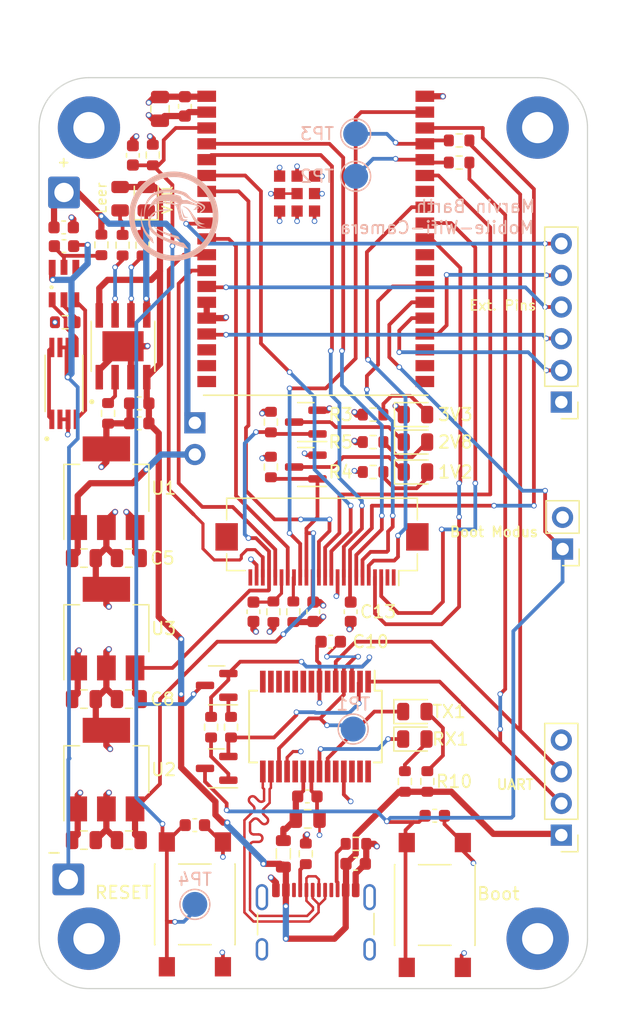
<source format=kicad_pcb>
(kicad_pcb (version 20221018) (generator pcbnew)
  (layers (0 "F.Cu" signal "F.Cu SIG") (1 "In1.Cu" power "GND") (2 "In2.Cu" power "+3V3") (31 "B.Cu" signal "B.Cu SIG") (34 "B.Paste" user) (35 "F.Paste" user) (36 "B.SilkS" user "B.Silkscreen") (37 "F.SilkS" user "F.Silkscreen") (38 "B.Mask" user) (39 "F.Mask" user) (44 "Edge.Cuts" user))
  (net 0 "")
  (net 1 "GND")
  (net 2 "/OUT+")
  (net 3 "/VBUS_5V")
  (net 4 "+3V3")
  (net 5 "+1V2")
  (net 6 "Net-(U4-VCC)")
  (net 7 "+2V8")
  (net 8 "Net-(U4-3V3OUT)")
  (net 9 "/ESP_RST")
  (net 10 "/PCLK")
  (net 11 "Net-(1V1-K)")
  (net 12 "/CAM_RST")
  (net 13 "Net-(U7-VCC)")
  (net 14 "Net-(1V1-A)")
  (net 15 "Net-(2V1-K)")
  (net 16 "Net-(2V1-A)")
  (net 17 "/TX_LED")
  (net 18 "/RX_LED")
  (net 19 "Net-(3V1-A)")
  (net 20 "Net-(J1-CC1)")
  (net 21 "Net-(U7-GND)")
  (net 22 "Net-(J6-Pin_1)")
  (net 24 "Net-(J1-CC2)")
  (net 25 "/USB D+")
  (net 26 "/USB D-")
  (net 28 "/Boot Option")
  (net 29 "/EXT_IO2")
  (net 30 "/EXT_IO13")
  (net 31 "/EXT_IO14")
  (net 32 "/EXT_IO15")
  (net 33 "/EXT_IO33")
  (net 36 "/Y4")
  (net 37 "/Y3")
  (net 38 "/Y5")
  (net 39 "/Y2")
  (net 40 "/Y6")
  (net 41 "/Y7")
  (net 42 "/Y8")
  (net 43 "/XCLK")
  (net 44 "/Y9")
  (net 45 "/HREF")
  (net 46 "Net-(J4-Pin_17)")
  (net 47 "/VSYNC")
  (net 48 "/SIOC")
  (net 49 "/SIOD")
  (net 51 "/TX_ESP")
  (net 52 "/RX_ESP")
  (net 53 "Net-(TX1-A)")
  (net 54 "Net-(Leer1-K)")
  (net 55 "Net-(U7-OC)")
  (net 56 "Net-(U7-OD)")
  (net 57 "/CAM_PWR")
  (net 58 "/TX_FT232")
  (net 59 "/RX_FT232")
  (net 60 "Net-(U6-~{STDBY})")
  (net 61 "Net-(U6-~{CHRG})")
  (net 62 "Net-(U6-PROG)")
  (net 63 "Net-(U7-CS)")
  (net 64 "Net-(Q4-G)")
  (net 86 "unconnected-(Q3-Pad1)")
  (net 87 "Net-(Voll1-K)")
  (net 88 "Net-(RX1-A)")
  (net 89 "/RTS")
  (net 90 "Net-(Q5-G)")
  (net 91 "/DTR")
  (footprint "Capacitor_SMD:C_0603_1608Metric" (layer "F.Cu") (at 103.035 83.1 180)
    (fp_text reference "C17" hide)
    (fp_text value "100nF")
  )
  (footprint "Capacitor_SMD:C_0603_1608Metric" (layer "F.Cu") (at 116.525 114.6)
    (fp_text reference "C9" hide)
    (fp_text value "100nF")
  )
  (footprint "Capacitor_SMD:C_0603_1608Metric" (layer "F.Cu") (at 107.5 116.9)
    (fp_text reference "C18" hide)
    (fp_text value "100nF" hide)
  )
  (footprint "Diode_SMD:D_0805_2012Metric" (layer "F.Cu") (at 125.15 110)
    (fp_text reference "RX1")
    (fp_text value "Blue")
  )
  (footprint "Resistor_SMD:R_0603_1608Metric" (layer "F.Cu") (at 110.4 109.05 90)
    (fp_text reference "R16" hide)
    (fp_text value "10kR")
  )
  (footprint "Capacitor_SMD:C_0603_1608Metric" (layer "F.Cu") (at 126.75 116.15)
    (fp_text reference "C23" hide)
    (fp_text value "100nF")
  )
  (footprint "Resistor_SMD:R_0603_1608Metric" (layer "F.Cu") (at 113.6 84.6 -90)
    (fp_text reference "R7" hide)
    (fp_text value "10kR")
  )
  (footprint "Resistor_SMD:R_0603_1608Metric" (layer "F.Cu") (at 101.7 70.425 90)
    (fp_text reference "R15" hide)
    (fp_text value "1k")
  )
  (footprint "Capacitor_SMD:C_0603_1608Metric" (layer "F.Cu") (at 96.975 69)
    (fp_text reference "+")
    (fp_text value "10uF")
  )
  (footprint "Capacitor_SMD:C_0805_2012Metric" (layer "F.Cu") (at 98.6 118.1)
    (fp_text reference "C1" hide)
    (fp_text value "1uF")
  )
  (footprint "Connector_PinHeader_2.54mm:PinHeader_1x02_P2.54mm_Vertical" (layer "F.Cu") (at 137 94.775 180)
    (fp_text reference "Boot Modus")
    (fp_text value "Conn_01x02")
  )
  (footprint "Resistor_SMD:R_0603_1608Metric" (layer "F.Cu") (at 121.8 86.2)
    (fp_text reference "R5")
    (fp_text value "1kR")
  )
  (footprint "CustomMade:DW01 SOP127P600X175-9N" (layer "F.Cu") (at 101.735 78.525 90)
    (fp_text reference "U6" hide)
    (fp_text value "TP4056")
  )
  (footprint "Package_TO_SOT_SMD:SOT-223-3_TabPin2" (layer "F.Cu") (at 100.4 101.15 90)
    (fp_text reference "U3")
    (fp_text value "MCP1703Ax-280xxDB")
  )
  (footprint "CustomMade:SOP65P640X120-8N" (layer "F.Cu") (at 97 81.5 90)
    (fp_text reference "Q3" hide)
    (fp_text value "FS8205A" hide)
  )
  (footprint "Connector_PinHeader_2.54mm:PinHeader_1x04_P2.54mm_Vertical" (layer "F.Cu") (at 136.9 117.7 180)
    (fp_text reference "UART")
    (fp_text value "Conn_01x04" hide)
  )
  (footprint "Package_TO_SOT_SMD:SOT-23" (layer "F.Cu") (at 116.4 88.2 180)
    (fp_text reference "Q1" hide)
    (fp_text value "BSS138")
  )
  (footprint "Resistor_SMD:R_0603_1608Metric" (layer "F.Cu") (at 115.4 99.8 90)
    (fp_text reference "R13" hide)
    (fp_text value "1kR")
  )
  (footprint "Resistor_SMD:R_0603_1608Metric" (layer "F.Cu") (at 121.8 84)
    (fp_text reference "R3")
    (fp_text value "1kR")
  )
  (footprint "CustomMade:SOT23-6" (layer "F.Cu") (at 97 73.5)
    (fp_text reference "U7" hide)
    (fp_text value "DW01A")
  )
  (footprint "Inductor_SMD:L_0805_2012Metric" (layer "F.Cu") (at 114.6 119.2 90)
    (fp_text reference "FB1" hide)
    (fp_text value "1k")
  )
  (footprint "Capacitor_SMD:C_0805_2012Metric" (layer "F.Cu") (at 98.6 106.8)
    (fp_text reference "C3" hide)
    (fp_text value "1uF")
  )
  (footprint "MountingHole:MountingHole_2.5mm_Pad_TopBottom" (layer "F.Cu") (at 99 61)
    (fp_text reference "H2" hide)
    (fp_text value "MountingHole_Pad")
  )
  (footprint "Package_TO_SOT_SMD:SOT-223-3_TabPin2" (layer "F.Cu") (at 100.4 112.45 90)
    (fp_text reference "U2")
    (fp_text value "MCP1703Ax-120xxDB")
  )
  (footprint "Capacitor_SMD:C_0603_1608Metric" (layer "F.Cu") (at 103.035 84.7 180)
    (fp_text reference "C16" hide)
    (fp_text value "22uF")
  )
  (footprint "Diode_SMD:D_0805_2012Metric" (layer "F.Cu") (at 125.2 84)
    (fp_text reference "3V3")
    (fp_text value "Blue")
  )
  (footprint "Capacitor_SMD:C_0805_2012Metric" (layer "F.Cu") (at 102.2 106.8 180)
    (fp_text reference "C8")
    (fp_text value "1uF")
  )
  (footprint "Resistor_SMD:R_0603_1608Metric" (layer "F.Cu") (at 113.6 88.2 -90)
    (fp_text reference "R6" hide)
    (fp_text value "10kR")
  )
  (footprint "Connector_USB:USB_C_Receptacle_GCT_USB4105-xx-A_16P_TopMnt_Horizontal" (layer "F.Cu") (at 117.2 125.78)
    (fp_text reference "J1" hide)
    (fp_text value "USB_C_Receptacle_USB2.0")
  )
  (footprint "Capacitor_SMD:C_0603_1608Metric" (layer "F.Cu") (at 117 99.8 90)
    (fp_text reference "C12" hide)
    (fp_text value "100nF" hide)
  )
  (footprint "Package_TO_SOT_SMD:SOT-23" (layer "F.Cu") (at 109.25 112.35 180)
    (fp_text reference "Q5" hide)
    (fp_text value "BSS138")
  )
  (footprint "Resistor_SMD:R_0603_1608Metric" (layer "F.Cu") (at 116.4 119.2 90)
    (fp_text reference "R2" hide)
    (fp_text value "5k1R")
  )
  (footprint "Diode_SMD:D_0805_2012Metric" (layer "F.Cu") (at 125.15 107.8)
    (fp_text reference "TX1")
    (fp_text value "Blue")
  )
  (footprint "Resistor_SMD:R_0603_1608Metric" (layer "F.Cu") (at 113.8 99.8 -90)
    (fp_text reference "R18" hide)
    (fp_text value "4k7R")
  )
  (footprint "Resistor_SMD:R_0603_1608Metric" (layer "F.Cu") (at 120.425 118.4)
    (fp_text reference "R1" hide)
    (fp_text value "5k1R")
  )
  (footprint "Capacitor_SMD:C_0603_1608Metric" (layer "F.Cu") (at 106.7 59.3 90)
    (fp_text reference "C14" hide)
    (fp_text value "100nF")
  )
  (footprint "Diode_SMD:D_0805_2012Metric" (layer "F.Cu") (at 125.2 88.6)
    (fp_text reference "1V2")
    (fp_text value "Blue")
  )
  (footprint "Connector_PinHeader_2.54mm:PinHeader_1x06_P2.54mm_Vertical" (layer "F.Cu") (at 136.9 83 180)
    (fp_text reference "Ext. Pins")
    (fp_text value "Conn_01x06")
  )
  (footprint "Resistor_SMD:R_0603_1608Metric" (layer "F.Cu") (at 121.8 88.6)
    (fp_text reference "R4")
    (fp_text value "1kR")
  )
  (footprint "Package_SO:SSOP-28_5.3x10.2mm_P0.65mm" (layer "F.Cu") (at 117.175 109 -90)
    (fp_text reference "U4" hide)
    (fp_text value "FT232RL")
  )
  (footprint "Package_TO_SOT_SMD:SOT-23" (layer "F.Cu") (at 109.25 105.7 180)
    (fp_text reference "Q4" hide)
    (fp_text value "BSS138")
  )
  (footprint "Connector_Wire:SolderWire-0.75sqmm_1x01_D1.25mm_OD2.3mm" (layer "F.Cu") (at 97.35 121.25)
    (fp_text reference "-")
    (fp_text value "Bat-")
  )
  (footprint "Connector_FFC-FPC:Hirose_FH12-24S-0.5SH_1x24-1MP_P0.50mm_Horizontal" (layer "F.Cu") (at 117.7 95.2 180)
    (fp_text reference "J4" hide)
    (fp_text value "Conn_01x24")
  )
  (footprint "Capacitor_SMD:C_0603_1608Metric" (layer "F.Cu") (at 97 70.5)
    (fp_text reference "C20" hide)
    (fp_text value "100nF" hide)
  )
  (footprint "Button_Switch_SMD:SW_Push_1P1T_NO_6x6mm_H9.5mm" (layer "F.Cu") (at 107.5 123.25 90)
    (fp_text reference "RESET")
    (fp_text value "SW_Push")
  )
  (footprint "Resistor_SMD:R_0603_1608Metric" (layer "F.Cu") (at 103.3 70.425 90)
    (fp_text reference "R14" hide)
    (fp_text value "1k")
  )
  (footprint "Capacitor_SMD:C_0603_1608Metric" (layer "F.Cu") (at 118.4 102.2 180)
    (fp_text reference "C10")
    (fp_text value "100nF" hide)
  )
  (footprint "Connector_PinHeader_2.54mm:PinHeader_1x02_P2.54mm_Vertical" (layer "F.Cu") (at 107.5 84.66)
    (fp_text reference "J6" hide)
    (fp_text value "Conn_01x02")
  )
  (footprint "Capacitor_SMD:C_0805_2012Metric" (layer "F.Cu") (at 116.55 116.4)
    (fp_text reference "C7" hide)
    (fp_text value "4.7uF")
  )
  (footprint "MountingHole:MountingHole_2.5mm_Pad_TopBottom" (layer "F.Cu") (at 135 126)
    (fp_text reference "H3" hide)
    (fp_text value "MountingHole_Pad")
  )
  (footprint "MountingHole:MountingHole_2.5mm_Pad_TopBottom" (layer "F.Cu") (at 135 61)
    (fp_text reference "H1" hide)
    (fp_text value "MountingHole_Pad")
  )
  (footprint "Resistor_SMD:R_0603_1608Metric" (layer "F.Cu") (at 126.15 113.4 -90)
    (fp_text reference "R10")
    (fp_text value "1kR")
  )
  (footprint "Connector_Wire:SolderWire-0.75sqmm_1x01_D1.25mm_OD2.3mm" (layer "F.Cu") (at 97 66.2)
    (fp_text reference "H5" hide)
    (fp_text value "Bat+" hide)
  )
  (footprint "Button_Switch_SMD:SW_Push_1P1T_NO_6x6mm_H9.5mm" (layer "F.Cu") (at 126.75 123.3 90)
    (fp_text reference "Boot")
    (fp_text value "SW_Push")
  )
  (footprint "Resistor_SMD:R_0603_1608Metric" (layer "F.Cu") (at 100 70.4 90)
    (fp_text reference "R20" hide)
    (fp_text value "100R")
  )
  (footprint "Capacitor_SMD:C_0603_1608Metric" (layer "F.Cu") (at 102.525 63.225 90)
    (fp_text reference "C11" hide)
    (fp_text value "1uF")
  )
  (footprint "Capacitor_SMD:C_0603_1608Metric" (layer "F.Cu") (at 120 99.8 90)
    (fp_text reference "C13")
    (fp_text value "15pF" hide)
  )
  (footprint "Capacitor_SMD:C_0805_2012Metric" (layer "F.Cu") (at 102.2 95.5 180)
    (fp_text reference "C5")
    (fp_text value "1uF")
  )
  (footprint "Resistor_SMD:R_0603_1608Metric" (layer "F.Cu") (at 128.7 62.03 180)
    (fp_text reference "R9" hide)
    (fp_text value "0R")
  )
  (footprint "Diode_SMD:D_0805_2012Metric" (layer "F.Cu") (at 125.2 86.2)
    (fp_text reference "2V8")
    (fp_text value "Blue")
  )
  (footprint "MountingHole:MountingHole_2.5mm_Pad_TopBottom" (layer "F.Cu") (at 99 126)
    (fp_text reference "H4" hide)
    (fp_text value "MountingHole_Pad")
  )
  (footprint "Resistor_SMD:R_0603_1608Metric" (layer "F.Cu") (at 100.535 83.9 -90)
    (fp_text reference "R17" hide)
    (fp_text value "1.2kR")
  )
  (footprint "Resistor_SMD:R_0603_1608Metric" (layer "F.Cu") (at 128.7 63.8 180)
    (fp_text reference "R8" hide)
    (fp_text value "0R")
  )
  (footprint "Capacitor_SMD:C_0805_2012Metric" (layer "F.Cu") (at 102.2 118.1 180)
    (fp_text reference "C6" hide)
    (fp_text value "1uF")
  )
  (footprint "Package_TO_SOT_SMD:SOT-23" (layer "F.Cu") (at 116.4 84.6 180)
    (fp_text reference "Q2" hide)
    (fp_text value "BSS138")
  )
  (footprint "Capacitor_SMD:C_0805_2012Metric" (layer "F.Cu") (at 104.7 59.5 90)
    (fp_text reference "C15" hide)
    (fp_text value "22uF")
  )
  (footprint "Package_TO_SOT_SMD:SOT-223-3_TabPin2" (layer "F.Cu") (at 100.4 89.9 90)
    (fp_text reference "U1")
    (fp_text value "MCP1703Ax-330xxDB")
  )
  (footprint "Resistor_SMD:R_0603_1608Metric" (layer "F.Cu") (at 124.35 113.4 -90)
    (fp_text reference "R11" hide)
    (fp_text value "1kR" hide)
  )
  (footprint "Resistor_SMD:R_0603_1608Metric" (layer "F.Cu") (at 97.1 76.6 180)
    (fp_text reference "R19" hide)
    (fp_text value "1k")
  )
  (footprint "Capacitor_SMD:C_0603_1608Metric" (layer "F.Cu") (at 120.4 120)
    (fp_text reference "C4" hide)
    (fp_text value "10nF")
  )
  (footprint "Diode_SMD:D_0805_2012Metric" (layer "F.Cu") (at 101.5 66.7 90)
    (fp_text reference "Leer")
    (fp_text value "D7")
  )
  (footprint "Resistor_SMD:R_0603_1608Metric" (layer "F.Cu") (at 108.8 109.05 -90)
    (fp_text reference "R21" hide)
    (fp_text value "10kR")
  )
  (footprint "Capacitor_SMD:C_0805_2012Metric" (layer "F.Cu") (at 98.6 95.5)
    (fp_text reference "C2" hide)
    (fp_text value "1uF")
  )
  (footprint "Resistor_SMD:R_0603_1608Metric" (layer "F.Cu") (at 104.125 63.2 -90)
    (fp_text reference "R12" hide)
    (fp_text value "10kR")
  )
  (footprint "Capacitor_SMD:C_0603_1608Metric" (layer "F.Cu") (at 112.2 99.8 -90)
    (fp_text reference "C19" hide)
    (fp_text value "100nF" hide)
  )
  (footprint "Diode_SMD:D_0805_2012Metric" (layer "F.Cu") (at 103.6 66.7 90)
    (fp_text reference "Voll")
    (fp_text value "D6")
  )
  (footprint "CustomMade:ESP32-WROVER-E-N8R8" (layer "F.Cu") (at 117.2 66.75)
    (fp_text reference "U5" hide)
    (fp_text value "ESP32-WROVER-E-N8R8")
  )
  (footprint "TestPoint:TestPoint_Pad_D2.0mm" (layer "B.Cu") (at 120.4 61.5 180)
    (fp_text reference "TP3")
    (fp_text value "TestPoint_Probe")
  )
  (footprint "TestPoint:TestPoint_Pad_D2.0mm" (layer "B.Cu") (at 107.5 123.25 180)
    (fp_text reference "TP4")
    (fp_text value "TestPoint_Probe")
  )
  (footprint "TestPoint:TestPoint_Pad_D2.0mm" (layer "B.Cu") (at 120.4 64.9 180)
    (fp_text reference "TP2")
    (fp_text value "TestPoint_Probe")
  )
  (footprint "CustomMade:VPX" (layer "B.Cu") (at 105.8 68.1 180)
    (fp_text reference "G***" hide)
    (fp_text value "LOGO" hide)
  )
  (footprint "TestPoint:TestPoint_Pad_D2.0mm" (layer "B.Cu") (at 120.2 109.2 180)
    (fp_text reference "TP1")
    (fp_text value "TestPoint_Probe")
  )
  (gr_arc (start 139 126) (mid 137.828427 128.828427) (end 135 130) (stroke (width 0.1)) (layer "Edge.Cuts"))
  (gr_arc (start 135 57) (mid 137.828427 58.171573) (end 139 61) (stroke (width 0.1)) (layer "Edge.Cuts"))
  (gr_line (start 95 61) (end 95 126) (stroke (width 0.1)) (layer "Edge.Cuts"))
  (gr_line (start 139 126) (end 139 61) (stroke (width 0.1)) (layer "Edge.Cuts"))
  (gr_line (start 99 130) (end 135 130) (stroke (width 0.1)) (layer "Edge.Cuts"))
  (gr_arc (start 95 61) (mid 96.171573 58.171573) (end 99 57) (stroke (width 0.1)) (layer "Edge.Cuts"))
  (gr_arc (start 99 130) (mid 96.171573 128.828427) (end 95 126) (stroke (width 0.1)) (layer "Edge.Cuts"))
  (gr_line (start 135 57) (end 99 57) (stroke (width 0.1)) (layer "Edge.Cuts"))
  (gr_text "Mobile-Wifi-Camera" (at 134.8 69.6) (layer "B.SilkS") (effects (font (size 1 1)) (justify left bottom mirror)))
  (gr_text "Marvin Barth" (at 134.9 67.9) (layer "B.SilkS") (effects (font (size 1 1)) (justify left bottom mirror)))
  (segment (start 114.9 111.475) (end 115.375 111) (width 0.25) (layer "F.Cu") (net 1))
  (segment (start 116.85 112.6) (end 116.85 114.15) (width 0.3) (layer "F.Cu") (net 1))
  (segment (start 113.6 66.3) (end 113.92934 66.3) (width 0.3) (layer "F.Cu") (net 1))
  (segment (start 129.85 119.8) (end 129.85 119.95) (width 0.3) (layer "F.Cu") (net 1))
  (segment (start 100.4 105.95) (end 99.55 106.8) (width 0.5) (layer "F.Cu") (net 1))
  (segment (start 115.4 100.625) (end 116.95 100.625) (width 0.5) (layer "F.Cu") (net 1))
  (segment (start 99.55 95.5) (end 99.55 97.15) (width 0.5) (layer "F.Cu") (net 1))
  (segment (start 109.75 127.15) (end 109.75 128.775) (width 0.3) (layer "F.Cu") (net 1))
  (segment (start 117 100.575) (end 117.425 100.575) (width 0.5) (layer "F.Cu") (net 1))
  (segment (start 124.2625 83.9625) (end 123.6 83.3) (width 0.5) (layer "F.Cu") (net 1))
  (segment (start 127.525 116.825) (end 127.525 116.15) (width 0.3) (layer "F.Cu") (net 1))
  (segment (start 113.6 83.775) (end 113.025 83.775) (width 0.5) (layer "F.Cu") (net 1))
  (segment (start 101.25 106.8) (end 100.4 105.95) (width 0.5) (layer "F.Cu") (net 1))
  (segment (start 106.735 58.49) (end 106.7 58.525) (width 0.5) (layer "F.Cu") (net 1))
  (segment (start 102.525 62.45) (end 102.525 61.975) (width 0.5) (layer "F.Cu") (net 1))
  (segment (start 108.415 58.525) (end 108.45 58.49) (width 0.5) (layer "F.Cu") (net 1))
  (segment (start 121.9 118.4) (end 122.1 118.6) (width 0.5) (layer "F.Cu") (net 1))
  (segment (start 117.47066 64.9) (end 117.41066 64.84) (width 0.3) (layer "F.Cu") (net 1))
  (segment (start 129 118.3) (end 127.525 116.825) (width 0.3) (layer "F.Cu") (net 1))
  (segment (start 100.56 84.7) (end 100.535 84.725) (width 0.5) (layer "F.Cu") (net 1))
  (segment (start 113.025 83.775) (end 112.9 83.9) (width 0.5) (layer "F.Cu") (net 1))
  (segment (start 99.55 108.45) (end 100.4 109.3) (width 0.5) (layer "F.Cu") (net 1))
  (segment (start 113.6 87.375) (end 113.025 87.375) (width 0.3) (layer "F.Cu") (net 1))
  (segment (start 100.4 110.5) (end 100.7 110.8) (width 0.5) (layer "F.Cu") (net 1))
  (segment (start 101.735 78.525) (end 103.675 78.525) (width 0.5) (layer "F.Cu") (net 1))
  (segment (start 114.3 64.2) (end 114.25 64.57934) (width 0.3) (layer "F.Cu") (net 1))
  (segment (start 99.55 97.15) (end 100.4 98) (width 0.5) (layer "F.Cu") (net 1))
  (segment (start 120 101.1) (end 119.9 101.2) (width 0.5) (layer "F.Cu") (net 1))
  (segment (start 117.3 103.731371) (end 117.5 103.931371) (width 0.3) (layer "F.Cu") (net 1))
  (segment (start 120 100.575) (end 120 101.1) (width 0.5) (layer "F.Cu") (net 1))
  (segment (start 102.37 79.16) (end 102.37 81) (width 0.5) (layer "F.Cu") (net 1))
  (segment (start 129.1 127.15) (end 128.9 127.35) (width 0.3) (layer "F.Cu") (net 1))
  (segment (start 99.83 80.43) (end 99.83 81) (width 0.5) (layer "F.Cu") (net 1))
  (segment (start 121.25 118.4) (end 121.25 119.925) (width 0.5) (layer "F.Cu") (net 1))
  (segment (start 116.85 114.15) (end 117.3 114.6) (width 0.3) (layer "F.Cu") (net 1))
  (segment (start 101.735 78.525) (end 102.37 79.16) (width 0.5) (layer "F.Cu") (net 1))
  (segment (start 100.4 99.2) (end 100.6 99.4) (width 0.5) (layer "F.Cu") (net 1))
  (segment (start 100.4 115.6) (end 100.4 114.5) (width 0.5) (layer "F.Cu") (net 1))
  (segment (start 100.4 94.65) (end 100.4 93.05) (width 0.5) (layer "F.Cu") (net 1))
  (segment (start 117.5 103.931371) (end 117.5 105.4) (width 0.3) (layer "F.Cu") (net 1))
  (segment (start 97.75 68.35) (end 97.6 68.2) (width 0.5) (layer "F.Cu") (net 1))
  (segment (start 100.4 114.5) (end 100.6 114.3) (width 0.5) (layer "F.Cu") (net 1))
  (segment (start 115.375 111) (end 116 111) (width 0.25) (layer "F.Cu") (net 1))
  (segment (start 100.4 105.95) (end 100.4 104.3) (width 0.5) (layer "F.Cu") (net 1))
  (segment (start 118.85 98.55) (end 118.95 98.45) (width 0.3) (layer "F.Cu") (net 1))
  (segment (start 117.1 68.5) (end 117.1 68.05066) (width 0.3) (layer "F.Cu") (net 1))
  (segment (start 99.55 106.8) (end 99.55 108.45) (width 0.5) (layer "F.Cu") (net 1))
  (segment (start 96.675 84.38) (end 97.325 84.38) (width 0.3) (layer "F.Cu") (net 1))
  (segment (start 100.4 94.65) (end 101.25 95.5) (width 0.5) (layer "F.Cu") (net 1))
  (segment (start 100.4 92.5) (end 101.1 91.8) (width 0.5) (layer "F.Cu") (net 1))
  (segment (start 104.7 58.55) (end 104.25 58.55) (width 0.5) (layer "F.Cu") (net 1))
  (segment (start 97.325 84.38) (end 97.325 85.575) (width 0.3) (layer "F.Cu") (net 1))
  (segment (start 100.4 104.3) (end 100.4 103) (width 0.5) (layer "F.Cu") (net 1))
  (segment (start 109.93 76.27) (end 110 76.2) (width 0.5) (layer "F.Cu") (net 1))
  (segment (start 103.675 78.525) (end 103.7 78.5) (width 0.5) (layer "F.Cu") (net 1))
  (segment (start 119.45 114.45) (end 120 115) (width 0.3) (layer "F.Cu") (net 1))
  (segment (start 106.7 58.525) (end 108.415 58.525) (width 0.5) (layer "F.Cu") (net 1))
  (segment (start 117.3 102.525) (end 117.3 103.731371) (width 0.3) (layer "F.Cu") (net 1))
  (segment (start 112.2 101.2) (end 112.4 101.4) (width 0.5) (layer "F.Cu") (net 1))
  (segment (start 108.45 76.27) (end 109.93 76.27) (width 0.5) (layer "F.Cu") (net 1))
  (segment (start 117.5 105.4) (end 117.5 107.1) (width 0.3) (layer "F.Cu") (net 1))
  (segment (start 102.525 61.975) (end 102.8 61.7) (width 0.5) (layer "F.Cu") (net 1))
  (segment (start 112.2 100.575) (end 112.2 101.2) (width 0.5) (layer "F.Cu") (net 1))
  (segment (start 117.5 116.2) (end 117.5 117.7) (width 0.2) (layer "F.Cu") (net 1))
  (segment (start 100.4 87.8) (end 100 88.2) (width 0.5) (layer "F.Cu") (net 1))
  (segment (start 108.525 117) (end 108.525 117.025) (width 0.3) (layer "F.Cu") (net 1))
  (segment (start 109.7 127.1) (end 109.75 127.15) (width 0.3) (layer "F.Cu") (net 1))
  (segment (start 116.4 117.75) (end 116.4 118.375) (width 0.5) (layer "F.Cu") (net 1))
  (segment (start 118.15 83.65) (end 118.3 83.5) (width 0.5) (layer "F.Cu") (net 1))
  (segment (start 128.9 127.35) (end 128.9 128.85) (width 0.3) (layer "F.Cu") (net 1))
  (segment (start 115.7 68.5) (end 115.7 68.05066) (width 0.3) (layer "F.Cu") (net 1))
  (segment (start 106.7 58.525) (end 104.725 58.525) (width 0.5) (layer "F.Cu") (net 1))
  (segment (start 100.4 84.86) (end 100.535 84.725) (width 0.5) (layer "F.Cu") (net 1))
  (segment (start 100.4 117.25) (end 100.4 115.6) (width 0.5) (layer "F.Cu") (net 1))
  (segment (start 100.4 86.75) (end 100.4 87.8) (width 0.5) (layer "F.Cu") (net 1))
  (segment (start 100.4 109.3) (end 100.4 110.5) (width 0.5) (layer "F.Cu") (net 1))
  (segment (start 100.4 103) (end 100.6 102.8) (width 0.5) (layer "F.Cu") (net 1))
  (segment (start 108.45 75) (end 108.45 76.27) (width 0.5) (layer "F.Cu") (net 1))
  (segment (start 109.75 119.45) (end 109.75 118.25) (width 0.3) (layer "F.Cu") (net 1))
  (segment (start 104.725 58.525) (end 104.7 58.55) (width 0.5) (layer "F.Cu") (net 1))
  (segment (start 100.4 93.05) (end 100.4 92.5) (width 0.5) (layer "F.Cu") (net 1))
  (segment (start 109.75 118.25) (end 109.625 118.25) (width 0.3) (layer "F.Cu") (net 1))
  (segment (start 114 121.5) (end 113.6 121.1) (width 0.5) (layer "F.Cu") (net 1))
  (segment (start 99.55 118.1) (end 100.4 117.25) (width 0.5) (layer "F.Cu") (net 1))
  (segment (start 109.625 118.25) (end 108.275 116.9) (width 0.3) (layer "F.Cu") (net 1))
  (segment (start 114.9 112.6) (end 114.9 111.475) (width 0.25) (layer "F.Cu") (net 1))
  (segment (start 114.3 68.05066) (end 114.25 68.00066) (width 0.3) (layer "F.Cu") (net 1))
  (segment (start 117.3375 83.65) (end 118.15 83.65) (width 0.5) (layer "F.Cu") (net 1))
  (segment (start 115.7 64.1) (end 115.7 64.52934) (width 0.3) (layer "F.Cu") (net 1))
  (segment (start 114.3 64.52934) (end 114.3 64.2) (width 0.3) (layer "F.Cu") (net 1))
  (segment (start 119.45 112.6) (end 119.45 114.45) (width 0.3) (layer "F.Cu") (net 1))
  (segment (start 112 95.6) (end 112.45 96.05) (width 0.3) (layer "F.Cu") (net 1))
  (segment (start 120.4 122.1) (end 120.4 120.775) (width 0.5) (layer "F.Cu") (net 1))
  (segment (start 100.4 117.25) (end 101.25 118.1) (width 0.5) (layer "F.Cu") (net 1))
  (segment (start 100.4 86.75) (end 100.4 84.86) (width 0.5) (layer "F.Cu") (net 1))
  (segment (start 102.26 84.7) (end 100.56 84.7) (width 0.5) (layer "F.Cu") (net 1))
  (segment (start 113.025 87.375) (end 112.9 87.5) (width 0.3) (layer "F.Cu") (net 1))
  (segment (start 99.55 95.5) (end 100.4 94.65) (width 0.5) (layer "F.Cu") (net 1))
  (segment (start 116.5 117.65) (end 116.4 117.75) (width 0.5) (layer "F.Cu") (net 1))
  (segment (start 100.4 92.4) (end 100.4 93.05) (width 0.5) (layer "F.Cu") (net 1))
  (segment (start 125.95 58.49) (end 127.39 58.49) (width 0.5) (layer "F.Cu") (net 1))
  (segment (start 97.325 85.575) (end 97.3 85.6) (width 0.3) (layer "F.Cu") (net 1))
  (segment (start 97.75 69) (end 97.75 68.35) (width 0.5) (layer "F.Cu") (net 1))
  (segment (start 112.45 96.05) (end 112.45 97) (width 0.3) (layer "F.Cu") (net 1))
  (segment (start 128.9 118.85) (end 129.85 119.8) (width 0.3) (layer "F.Cu") (net 1))
  (segment (start 117.3375 87.25) (end 116.45 87.25) (width 0.3) (layer "F.Cu") (net 1))
  (segment (start 117.3 116) (end 117.5 116.2) (width 0.3) (layer "F.Cu") (net 1))
  (segment (start 114 122.1) (end 114 121.5) (width 0.5) (layer "F.Cu") (net 1))
  (segment (start 124.2625 84) (end 124.2625 83.9625) (width 0.5) (layer "F.Cu") (net 1))
  (segment (start 117.7 66.3) (end 117.47066 66.3) (width 0.3) (layer "F.Cu") (net 1))
  (segment (start 100.4 98) (end 100.4 99.2) (width 0.5) (layer "F.Cu") (net 1))
  (segment (start 114.3 68.5) (end 114.3 68.05066) (width 0.3) (layer "F.Cu") (net 1))
  (segment (start 117.625 102.2) (end 117.3 102.525) (width 0.3) (layer "F.Cu") (net 1))
  (segment (start 116.95 100.625) (end 117 100.575) (width 0.5) (layer "F.Cu") (net 1))
  (segment (start 121.25 118.4) (end 121.9 118.4) (width 0.5) (layer "F.Cu") (net 1))
  (segment (start 124.2625 84) (end 124.2625 84.0375) (width 0.5) (layer "F.Cu") (net 1))
  (segment (start 117.7 64.9) (end 117.47066 64.9) (width 0.3) (layer "F.Cu") (net 1))
  (segment (start 127.39 58.49) (end 127.4 58.5) (width 0.5) (layer "F.Cu") (net 1))
  (segment (start 117.425 100.575) (end 117.8 100.2) (width 0.5) (layer "F.Cu") (net 1))
  (segment (start 104.25 58.55) (end 103.8 59) (width 0.5) (layer "F.Cu") (net 1))
  (segment (start 120.4 120.775) (end 121.175 120) (width 0.5) (layer "F.Cu") (net 1))
  (segment (start 102.26 84.7) (end 102.26 83.1) (width 0.5) (layer "F.Cu") (net 1))
  (segment (start 118.95 98.45) (end 118.95 97) (width 0.3) (layer "F.Cu") (net 1))
  (segment (start 121.25 119.925) (end 121.175 120) (width 0.5) (layer "F.Cu") (net 1))
  (segment (start 117.1 68.05066) (end 117.15 68.00066) (width 0.3) (layer "F.Cu") (net 1))
  (segment (start 116.45 87.25) (end 116.3 87.1) (width 0.3) (layer "F.Cu") (net 1))
  (segment (start 101.735 78.525) (end 99.83 80.43) (width 0.5) (layer "F.Cu") (net 1))
  (segment (start 117.3 114.6) (end 117.3 116) (width 0.3) (layer "F.Cu") (net 1))
  (segment (start 114.3 66.29) (end 115.7 66.29) (width 0.2) (layer "F.Cu") (net 1))
  (via (at 109.75 119.45) (size 0.45) (drill 0.3) (layers "F.Cu" "B.Cu") (net 1))
  (via (at 103.7 78.5) (size 0.45) (drill 0.3) (layers "F.Cu" "B.Cu") (net 1))
  (via (at 123.6 83.3) (size 0.45) (drill 0.3) (layers "F.Cu" "B.Cu") (net 1))
  (via (at 120 115) (size 0.45) (drill 0.3) (layers "F.Cu" "B.Cu") (net 1))
  (via (at 110 76.2) (size 0.45) (drill 0.3) (layers "F.Cu" "B.Cu") (net 1))
  (via (at 116 111) (size 0.45) (drill 0.3) (layers "F.Cu" "B.Cu") (net 1))
  (via (at 117.7 64.9) (size 0.45) (drill 0.3) (layers "F.Cu" "B.Cu") (net 1))
  (via (at 100.7 110.8) (size 0.45) (drill 0.3) (layers "F.Cu" "B.Cu") (net 1))
  (via (at 112 95.6) (size 0.45) (drill 0.3) (layers "F.Cu" "B.Cu") (net 1))
  (via (at 127.4 58.5) (size 0.45) (drill 0.3) (layers "F.Cu" "B.Cu") (net 1))
  (via (at 117.5 107.1) (size 0.45) (drill 0.3) (layers "F.Cu" "B.Cu") (net 1))
  (via (at 112.9 83.9) (size 0.45) (drill 0.3) (layers "F.Cu" "B.Cu") (net 1))
  (via (at 103.8 59) (size 0.45) (drill 0.3) (layers "F.Cu" "B.Cu") (net 1))
  (via (at 116.5 117.65) (size 0.45) (drill 0.3) (layers "F.Cu" "B.Cu") (net 1))
  (via (at 129.85 119.95) (size 0.45) (drill 0.3) (layers "F.Cu" "B.Cu") (net 1))
  (via (at 117.1 68.5) (size 0.45) (drill 0.3) (layers "F.Cu" "B.Cu") (net 1))
  (via (at 117.5 117.7) (size 0.45) (drill 0.3) (layers "F.Cu" "B.Cu") (net 1))
  (via (at 129.1 127.15) (size 0.45) (drill 0.3) (layers "F.Cu" "B.Cu") (net 1))
  (via (at 100.6 99.4) (size 0.45) (drill 0.3) (layers "F.Cu" "B.Cu") (net 1))
  (via (at 97.6 68.2) (size 0.45) (drill 0.3) (layers "F.Cu" "B.Cu") (net 1))
  (via (at 119.9 101.2) (size 0.45) (drill 0.3) (layers "F.Cu" "B.Cu") (net 1))
  (via (at 102.8 61.7) (size 0.45) (drill 0.3) (layers "F.Cu" "B.Cu") (net 1))
  (via (at 116.3 87.1) (size 0.45) (drill 0.3) (layers "F.Cu" "B.Cu") (net 1))
  (via (at 117.7 66.3) (size 0.45) (drill 0.3) (layers "F.Cu" "B.Cu") (net 1))
  (via (at 118.85 98.55) (size 0.45) (drill 0.3) (layers "F.Cu" "B.Cu") (net 1))
  (via (at 117.8 100.2) (size 0.45) (drill 0.3) (layers "F.Cu" "B.Cu") (net 1))
  (via (at 97.3 85.6) (size 0.45) (drill 0.3) (layers "F.Cu" "B.Cu") (net 1))
  (via (at 114.3 64.2) (size 0.45) (drill 0.3) (layers "F.Cu" "B.Cu") (net 1))
  (via (at 115.7 64.1) (size 0.45) (drill 0.3) (layers "F.Cu" "B.Cu") (net 1))
  (via (at 115.7 68.5) (size 0.45) (drill 0.3) (layers "F.Cu" "B.Cu") (net 1))
  (via (at 113.6 121.1) (size 0.45) (drill 0.3) (layers "F.Cu" "B.Cu") (net 1))
  (via (at 118.3 83.5) (size 0.45) (drill 0.3) (layers "F.Cu" "B.Cu") (net 1))
  (via (at 100.6 102.8) (size 0.45) (drill 0.3) (layers "F.Cu" "B.Cu") (net 1))
  (via (at 96.275 76.6) (size 0.45) (drill 0.3) (layers "F.Cu" "B.Cu") (net 1))
  (via (at 112.4 101.4) (size 0.45) (drill 0.3) (layers "F.Cu" "B.Cu") (net 1))
  (via (at 100 88.2) (size 0.45) (drill 0.3) (layers "F.Cu" "B.Cu") (net 1))
  (via (at 109.7 127.1) (size 0.45) (drill 0.3) (layers "F.Cu" "B.Cu") (net 1))
  (via (at 122.1 118.6) (size 0.45) (drill 0.3) (layers "F.Cu" "B.Cu") (net 1))
  (via (at 100.6 114.3) (size 0.45) (drill 0.3) (layers "F.Cu" "B.Cu") (net 1))
  (via (at 114.3 68.5) (size 0.45) (drill 0.3) (layers "F.Cu" "B.Cu") (net 1))
  (via (at 101.1 91.8) (size 0.45) (drill 0.3) (layers "F.Cu" "B.Cu") (net 1))
  (via (at 112.9 87.5) (size 0.45) (drill 0.3) (layers "F.Cu" "B.Cu") (net 1))
  (via (at 113.6 66.3) (size 0.45) (drill 0.3) (layers "F.Cu" "B.Cu") (net 1))
  (segment (start 97.65 93.5) (end 98.1 93.05) (width 0.5) (layer "F.Cu") (net 2))
  (segment (start 103.6 88.4) (end 102.5 89.5) (width 0.5) (layer "F.Cu") (net 2))
  (segment (start 98.1 93.05) (end 97.6 92.55) (width 0.5) (layer "F.Cu") (net 2))
  (segment (start 98.1 90.5) (end 98.1 93.05) (width 0.5) (layer "F.Cu") (net 2))
  (segment (start 98.1 93.05) (end 98.1 95.05) (width 0.5) (layer "F.Cu") (net 2))
  (segment (start 98.1 95.05) (end 97.65 95.5) (width 0.5) (layer "F.Cu") (net 2))
  (segment (start 99.1 89.5) (end 98.1 90.5) (width 0.5) (layer "F.Cu") (net 2))
  (segment (start 102.5 89.5) (end 99.1 89.5) (width 0.5) (layer "F.Cu") (net 2))
  (via (at 103.6 88.4) (size 0.45) (drill 0.3) (layers "F.Cu" "B.Cu") (net 2))
  (segment (start 104.8 87.2) (end 103.6 88.4) (width 0.5) (layer "B.Cu") (net 2))
  (segment (start 107.5 87.2) (end 104.8 87.2) (width 0.5) (layer "B.Cu") (net 2))
  (segment (start 104.7 79.94) (end 104.7 72.5) (width 0.5) (layer "F.Cu") (net 3))
  (segment (start 123.875 114.225) (end 120.4 117.7) (width 0.5) (layer "F.Cu") (net 3))
  (segment (start 109.15 116.072793) (end 109.15 115.027818) (width 0.5) (layer "F.Cu") (net 3))
  (segment (start 114.6 120.2625) (end 114.6 120.0625) (width 0.3) (layer "F.Cu") (net 3))
  (segment (start 118.7 126) (end 114.8 126) (width 0.5) (layer "F.Cu") (net 3))
  (segment (start 103.6 65.7625) (end 104.2625 65.7625) (width 0.5) (layer "F.Cu") (net 3))
  (segment (start 119.6 125.1) (end 118.7 126) (width 0.5) (layer "F.Cu") (net 3))
  (segment (start 104.2625 65.7625) (end 104.7 66.2) (width 0.5) (layer "F.Cu") (net 3))
  (segment (start 103.64 81) (end 104.7 79.94) (width 0.5) (layer "F.Cu") (net 3))
  (segment (start 103.81 83.1) (end 103.81 84.7) (width 0.5) (layer "F.Cu") (net 3))
  (segment (start 120.4 119.225) (end 119.625 120) (width 0.5) (layer "F.Cu") (net 3))
  (segment (start 99.83 73.87) (end 99.83 76.05) (width 0.5) (layer "F.Cu") (net 3))
  (segment (start 114.3625 120.0625) (end 114.6 120.0625) (width 0.5) (layer "F.Cu") (net 3))
  (segment (start 114.8 122.1) (end 114.8 120.2625) (width 0.5) (layer "F.Cu") (net 3))
  (segment (start 110.1 116.7) (end 109.777207 116.7) (width 0.5) (layer "F.Cu") (net 3))
  (segment (start 119.625 122.075) (end 119.6 122.1) (width 0.5) (layer "F.Cu") (net 3))
  (segment (start 126.15 114.225) (end 128.075 114.225) (width 0.5) (layer "F.Cu") (net 3))
  (segment (start 103.81 84.7) (end 104.6 85.49) (width 0.5) (layer "F.Cu") (net 3))
  (segment (start 109.15 115.027818) (end 106.4 112.277818) (width 0.5) (layer "F.Cu") (net 3))
  (segment (start 128.075 114.225) (end 131.45 117.6) (width 0.5) (layer "F.Cu") (net 3))
  (segment (start 113 120) (end 114.3375 120) (width 0.5) (layer "F.Cu") (net 3))
  (segment (start 104.6 85.49) (end 104.6 100.2) (width 0.5) (layer "F.Cu") (net 3))
  (segment (start 104.7 72.5) (end 104 73.2) (width 0.5) (layer "F.Cu") (net 3))
  (segment (start 119.6 122.1) (end 119.6 125.1) (width 0.5) (layer "F.Cu") (net 3))
  (segment (start 109.777207 116.7) (end 109.15 116.072793) (width 0.5) (layer "F.Cu") (net 3))
  (segment (start 114.8 123.4) (end 114.8 122.1) (width 0.5) (layer "F.Cu") (net 3))
  (segment (start 100.5 73.2) (end 99.83 73.87) (width 0.5) (layer "F.Cu") (net 3))
  (segment (start 124.35 114.225) (end 126.15 114.225) (width 0.5) (layer "F.Cu") (net 3))
  (segment (start 106.4 112.277818) (end 106.4 106.4) (width 0.5) (layer "F.Cu") (net 3))
  (segment (start 131.45 117.6) (end 136.8 117.6) (width 0.5) (layer "F.Cu") (net 3))
  (segment (start 120.4 117.7) (end 120.4 119.225) (width 0.5) (layer "F.Cu") (net 3))
  (segment (start 124.35 114.225) (end 123.875 114.225) (width 0.5) (layer "F.Cu") (net 3))
  (segment (start 119.625 120) (end 119.625 122.075) (width 0.5) (layer "F.Cu") (net 3))
  (segment (start 104.6 100.2) (end 106.4 102) (width 0.5) (layer "F.Cu") (net 3))
  (segment (start 104 73.2) (end 100.5 73.2) (width 0.5) (layer "F.Cu") (net 3))
  (segment (start 103.64 81) (end 103.64 82.93) (width 0.5) (layer "F.Cu") (net 3))
  (segment (start 104.7 66.2) (end 104.7 72.5) (width 0.5) (layer "F.Cu") (net 3))
  (segment (start 101.5 65.7625) (end 103.6 65.7625) (width 0.5) (layer "F.Cu") (net 3))
  (segment (start 136.8 117.6) (end 136.9 117.7) (width 0.5) (layer "F.Cu") (net 3))
  (segment (start 114.3375 120) (end 114.6 120.2625) (width 0.5) (layer "F.Cu") (net 3))
  (segment (start 103.64 82.93) (end 103.81 83.1) (width 0.5) (layer "F.Cu") (net 3))
  (via (at 114.8 123.4) (size 0.45) (drill 0.3) (layers "F.Cu" "B.Cu") (net 3))
  (via (at 113 120) (size 0.45) (drill 0.3) (layers "F.Cu" "B.Cu") (net 3))
  (via (at 106.4 106.4) (size 0.45) (drill 0.3) (layers "F.Cu" "B.Cu") (net 3))
  (via (at 110.1 116.7) (size 0.45) (drill 0.3) (layers "F.Cu" "B.Cu") (net 3))
  (via (at 106.4 102) (size 0.45) (drill 0.3) (layers "F.Cu" "B.Cu") (net 3))
  (via (at 114.8 126) (size 0.45) (drill 0.3) (layers "F.Cu" "B.Cu") (net 3))
  (segment (start 110.1 116.7) (end 110.1 116.9) (width 0.5) (layer "B.Cu") (net 3))
  (segment (start 110.1 116.9) (end 113 119.8) (width 0.5) (layer "B.Cu") (net 3))
  (segment (start 113 119.8) (end 113 120) (width 0.5) (layer "B.Cu") (net 3))
  (segment (start 106.4 102) (end 106.4 106.4) (width 0.5) (layer "B.Cu") (net 3))
  (segment (start 114.8 126) (end 114.8 123.4) (width 0.5) (layer "B.Cu") (net 3))
  (segment (start 98.1 117.65) (end 97.65 118.1) (width 0.5) (layer "F.Cu") (net 4))
  (segment (start 113.8 101.1) (end 113.5 101.4) (width 0.5) (layer "F.Cu") (net 4))
  (segment (start 102.7 92.5) (end 102 91.8) (width 0.5) (layer "F.Cu") (net 4))
  (segment (start 116.95 98.975) (end 117 99.025) (width 0.3) (layer "F.Cu") (net 4))
  (segment (start 98.1 104.3) (end 98.1 103) (width 0.5) (layer "F.Cu") (net 4))
  (segment (start 98.1 106.35) (end 97.65 106.8) (width 0.5) (layer "F.Cu") (net 4))
  (segment (start 106.7 60.075) (end 105.075 60.075) (width 0.5) (layer "F.Cu") (net 4))
  (segment (start 105.075 60.075) (end 104.7 60.45) (width 0.5) (layer "F.Cu") (net 4))
  (segment (start 98.1 103) (end 98.2 102.9) (width 0.5) (layer "F.Cu") (net 4))
  (segment (start 120.4 86.2) (end 120.3 86.1) (width 0.5) (layer "F.Cu") (net 4))
  (segment (start 104.125 62.375) (end 104.125 61.925) (width 0.5) (layer "F.Cu") (net 4))
  (segment (start 102.7 93.05) (end 102.7 92.5) (width 0.5) (layer "F.Cu") (net 4))
  (segment (start 98.1 114.5) (end 98.3 114.3) (width 0.5) (layer "F.Cu") (net 4))
  (segment (start 120.5 84) (end 120.3 83.8) (width 0.5) (layer "F.Cu") (net 4))
  (segment (start 120.975 84) (end 120.5 84) (width 0.5) (layer "F.Cu") (net 4))
  (segment (start 120.4 88.6) (end 120.3 88.5) (width 0.3) (layer "F.Cu") (net 4))
  (segment (start 104.25 60.45) (end 103.8 60) (width 0.5) (layer "F.Cu") (net 4))
  (segment (start 102.7 93.05) (end 102.7 95.05) (width 0.5) (layer "F.Cu") (net 4))
  (segment (start 104.125 61.925) (end 103.9 61.7) (width 0.5) (layer "F.Cu") (net 4))
  (segment (start 98.1 115.6) (end 98.1 117.65) (width 0.5) (layer "F.Cu") (net 4))
  (segment (start 116.95 97) (end 116.95 98.975) (width 0.3) (layer "F.Cu") (net 4))
  (segment (start 104.7 60.45) (end 104.25 60.45) (width 0.5) (layer "F.Cu") (net 4))
  (segment (start 120.975 88.6) (end 120.4 88.6) (width 0.3) (layer "F.Cu") (net 4))
  (segment (start 108.45 59.76) (end 107.015 59.76) (width 0.5) (layer "F.Cu") (net 4))
  (segment (start 113.8 100.625) (end 113.8 101.1) (width 0.5) (layer "F.Cu") (net 4))
  (segment (start 98.1 115.6) (end 98.1 114.5) (width 0.5) (layer "F.Cu") (net 4))
  (segment (start 120.975 86.2) (end 120.4 86.2) (width 0.5) (layer "F.Cu") (net 4))
  (segment (start 117 99.025) (end 117.525 99.025) (width 0.5) (layer "F.Cu") (net 4))
  (segment (start 102.7 95.05) (end 103.15 95.5) (width 0.5) (layer "F.Cu") (net 4))
  (segment (start 117.525 99.025) (end 117.8 99.3) (width 0.5) (layer "F.Cu") (net 4))
  (segment (start 107.015 59.76) (end 106.7 60.075) (width 0.5) (layer "F.Cu") (net 4))
  (segment (start 98.1 104.3) (end 98.1 106.35) (width 0.5) (layer "F.Cu") (net 4))
  (via (at 113.5 101.4) (size 0.45) (drill 0.3) (layers "F.Cu" "B.Cu") (net 4))
  (via (at 98.3 114.3) (size 0.45) (drill 0.3) (layers "F.Cu" "B.Cu") (net 4))
  (via (at 117.8 99.3) (size 0.45) (drill 0.3) (layers "F.Cu" "B.Cu") (net 4))
  (via (at 120.3 88.5) (size 0.45) (drill 0.3) (layers "F.Cu" "B.Cu") (net 4))
  (via (at 103.9 61.7) (size 0.45) (drill 0.3) (layers "F.Cu" "B.Cu") (net 4))
  (via (at 120.3 83.8) (size 0.45) (drill 0.3) (layers "F.Cu" "B.Cu") (net 4))
  (via (at 120.3 86.1) (size 0.45) (drill 0.3) (layers "F.Cu" "B.Cu") (net 4))
  (via (at 103.8 60) (size 0.45) (drill 0.3) (layers "F.Cu" "B.Cu") (net 4))
  (via (at 102 91.8) (size 0.45) (drill 0.3) (layers "F.Cu" "B.Cu") (net 4))
  (via (at 98.2 102.9) (size 0.45) (drill 0.3) (layers "F.Cu" "B.Cu") (net 4))
  (segment (start 109.3 102.2) (end 104.7 106.8) (width 0.3) (layer "F.Cu") (net 5))
  (segment (start 117.3375 92.2375) (end 117.3375 89.15) (width 0.3) (layer "F.Cu") (net 5))
  (segment (start 116.45 93.5) (end 117 93.5) (width 0.3) (layer "F.Cu") (net 5))
  (segment (start 104.7 113.6) (end 102.7 115.6) (width 0.3) (layer "F.Cu") (net 5))
  (segment (start 102.7 117.65) (end 103.15 118.1) (width 0.5) (layer "F.Cu") (net 5))
  (segment (start 116.45 93.5) (end 116.45 93.125) (width 0.3) (layer "F.Cu") (net 5))
  (segment (start 114 102.2) (end 109.3 102.2) (width 0.3) (layer "F.Cu") (net 5))
  (segment (start 102.7 115.6) (end 102.7 117.65) (width 0.5) (layer "F.Cu") (net 5))
  (segment (start 116.45 93.125) (end 117.3375 92.2375) (width 0.3) (layer "F.Cu") (net 5))
  (segment (start 104.7 106.8) (end 104.7 113.6) (width 0.3) (layer "F.Cu") (net 5))
  (segment (start 116.45 97) (end 116.45 93.5) (width 0.3) (layer "F.Cu") (net 5))
  (segment (start 117.3375 89.15) (end 113.725 89.15) (width 0.3) (layer "F.Cu") (net 5))
  (segment (start 114.6 101.6) (end 114 102.2) (width 0.3) (layer "F.Cu") (net 5))
  (segment (start 113.725 89.15) (end 113.6 89.025) (width 0.3) (layer "F.Cu") (net 5))
  (via (at 114.6 101.6) (size 0.45) (drill 0.3) (layers "F.Cu" "B.Cu") (net 5))
  (via (at 117 93.5) (size 0.45) (drill 0.3) (layers "F.Cu" "B.Cu") (net 5))
  (segment (start 117 93.5) (end 117 99.2) (width 0.3) (layer "B.Cu") (net 5))
  (segment (start 117 99.2) (end 114.6 101.6) (width 0.3) (layer "B.Cu") (net 5))
  (segment (start 114.6 117.9375) (end 114.6 117.2) (width 0.5) (layer "F.Cu") (net 6))
  (segment (start 115.6 114.75) (end 115.75 114.6) (width 0.5) (layer "F.Cu") (net 6))
  (segment (start 114.8 117.2) (end 115.6 116.4) (width 0.5) (layer "F.Cu") (net 6))
  (segment (start 116.2 114.15) (end 115.75 114.6) (width 0.3) (layer "F.Cu") (net 6))
  (segment (start 115.6 116.4) (end 115.6 114.75) (width 0.5) (layer "F.Cu") (net 6))
  (segment (start 116.2 112.6) (end 116.2 114.15) (width 0.3) (layer "F.Cu") (net 6))
  (segment (start 114.6 118.1375) (end 114.6 117.9375) (width 0.3) (layer "F.Cu") (net 6))
  (segment (start 114.6 117.2) (end 114.8 117.2) (width 0.5) (layer "F.Cu") (net 6))
  (segment (start 112.4 85.4) (end 113.575 85.4) (width 0.3) (layer "F.Cu") (net 7))
  (segment (start 113.725 85.55) (end 113.6 85.425) (width 0.3) (layer "F.Cu") (net 7))
  (segment (start 113.45 94.95) (end 113.45 98.05) (width 0.3) (layer "F.Cu") (net 7))
  (segment (start 105.7 104.3) (end 102.7 104.3) (width 0.3) (layer "F.Cu") (net 7))
  (segment (start 117.3375 85.55) (end 113.725 85.55) (width 0.3) (layer "F.Cu") (net 7))
  (segment (start 102.7 106.35) (end 103.15 106.8) (width 0.5) (layer "F.Cu") (net 7))
  (segment (start 113.575 85.4) (end 113.6 85.425) (width 0.3) (layer "F.Cu") (net 7))
  (segment (start 111.8 93.9) (end 112.4 93.9) (width 0.3) (layer "F.Cu") (net 7))
  (segment (start 112.4 93.9) (end 113.45 94.95) (width 0.3) (layer "F.Cu") (net 7))
  (segment (start 113.45 98.05) (end 113.4 98.1) (width 0.3) (layer "F.Cu") (net 7))
  (segment (start 113.4 98.1) (end 111.9 98.1) (width 0.3) (layer "F.Cu") (net 7))
  (segment (start 102.7 104.3) (end 102.7 106.35) (width 0.5) (layer "F.Cu") (net 7))
  (segment (start 111.9 98.1) (end 105.7 104.3) (width 0.3) (layer "F.Cu") (net 7))
  (via (at 111.8 93.9) (size 0.45) (drill 0.3) (layers "F.Cu" "B.Cu") (net 7))
  (via (at 112.4 85.4) (size 0.45) (drill 0.3) (layers "F.Cu" "B.Cu") (net 7))
  (segment (start 111.5 93.6) (end 111.5 86.3) (width 0.3) (layer "B.Cu") (net 7))
  (segment (start 111.8 93.9) (end 111.5 93.6) (width 0.3) (layer "B.Cu") (net 7))
  (segment (start 111.5 86.3) (end 112.4 85.4) (width 0.3) (layer "B.Cu") (net 7))
  (segment (start 119.45 104.35) (end 120.4 103.4) (width 0.3) (layer "F.Cu") (net 8))
  (segment (start 117.55 108.35) (end 118.1 108.9) (width 0.3) (layer "F.Cu") (net 8))
  (segment (start 120.4 103.4) (end 120.6 103.4) (width 0.3) (layer "F.Cu") (net 8))
  (segment (start 119.45 105.4) (end 119.45 104.35) (width 0.3) (layer "F.Cu") (net 8))
  (segment (start 114.25 110.75) (end 114.25 112.6) (width 0.3) (layer "F.Cu") (net 8))
  (segment (start 116.65 108.35) (end 114.25 110.75) (width 0.3) (layer "F.Cu") (net 8))
  (segment (start 119.45 105.4) (end 119.45 106.45) (width 0.3) (layer "F.Cu") (net 8))
  (segment (start 118.1 103.275) (end 119.175 102.2) (width 0.2) (layer "F.Cu") (net 8))
  (segment (start 117.55 108.35) (end 116.65 108.35) (width 0.3) (layer "F.Cu") (net 8))
  (segment (start 118.1 103.4) (end 118.1 103.275) (width 0.2) (layer "F.Cu") (net 8))
  (segment (start 119.45 106.45) (end 117.55 108.35) (width 0.3) (layer "F.Cu") (net 8))
  (via (at 118.1 103.4) (size 0.45) (drill 0.3) (layers "F.Cu" "B.Cu") (net 8))
  (via (at 118.1 108.9) (size 0.45) (drill 0.3) (layers "F.Cu" "B.Cu") (net 8))
  (via (at 120.6 103.4) (size 0.45) (drill 0.3) (layers "F.Cu" "B.Cu") (net 8))
  (segment (start 119.9 108.9) (end 120.2 109.2) (width 0.3) (layer "B.Cu") (net 8))
  (segment (start 118.1 108.9) (end 119.9 108.9) (width 0.3) (layer "B.Cu") (net 8))
  (segment (start 118.1 103.4) (end 120.6 103.4) (width 0.2) (layer "B.Cu") (net 8))
  (segment (start 105.35 124.65) (end 105.25 124.55) (width 0.3) (layer "F.Cu") (net 9))
  (segment (start 104.575 64.025) (end 104.125 64.025) (width 0.3) (layer "F.Cu") (net 9))
  (segment (start 108.1 105.7) (end 107.4 106.4) (width 0.3) (layer "F.Cu") (net 9))
  (segment (start 105 63.6) (end 104.575 64.025) (width 0.3) (layer "F.Cu") (net 9))
  (segment (start 102.55 64.025) (end 102.525 64) (width 0.3) (layer "F.Cu") (net 9))
  (segment (start 104.9 116.8) (end 104.9 117.9) (width 0.3) (layer "F.Cu") (net 9))
  (segment (start 108.3125 105.7) (end 108.1 105.7) (width 0.3) (layer "F.Cu") (net 9))
  (segment (start 104.125 64.025) (end 105.7 65.6) (width 0.3) (layer "F.Cu") (net 9))
  (segment (start 105.97 61.03) (end 105 62) (width 0.3) (layer "F.Cu") (net 9))
  (segment (start 108.45 61.03) (end 105.97 61.03) (width 0.3) (layer "F.Cu") (net 9))
  (segment (start 105.25 118.25) (end 106.6 116.9) (width 0.3) (layer "F.Cu") (net 9))
  (segment (start 105.9 124.65) (end 105.35 124.65) (width 0.3) (layer "F.Cu") (net 9))
  (segment (start 104.125 64.025) (end 102.55 64.025) (width 0.3) (layer "F.Cu") (net 9))
  (segment (start 106.6 116.9) (end 106.725 116.9) (width 0.3) (layer "F.Cu") (net 9))
  (segment (start 105.7 65.6) (end 105.7 70.5) (width 0.3) (layer "F.Cu") (net 9))
  (segment (start 105 62) (end 105 63.6) (width 0.3) (layer "F.Cu") (net 9))
  (segment (start 105.25 118.775) (end 105.25 124.55) (width 0.3) (layer "F.Cu") (net 9))
  (segment (start 105.25 124.55) (end 105.25 128.775) (width 0.3) (layer "F.Cu") (net 9))
  (segment (start 104.9 117.9) (end 105.25 118.25) (width 0.3) (layer "F.Cu") (net 9))
  (via (at 105.9 124.65) (size 0.45) (drill 0.3) (layers "F.Cu" "B.Cu") (net 9))
  (via (at 105.7 70.5) (size 0.45) (drill 0.3) (layers "F.Cu" "B.Cu") (net 9))
  (via (at 104.9 116.8) (size 0.45) (drill 0.3) (layers "F.Cu" "B.Cu") (net 9))
  (via (at 107.4 106.4) (size 0.45) (drill 0.3) (layers "F.Cu" "B.Cu") (net 9))
  (segment (start 107.5 123.75) (end 106.6 124.65) (width 0.3) (layer "B.Cu") (net 9))
  (segment (start 105.7 70.5) (end 105.7 73.731371) (width 0.3) (layer "B.Cu") (net 9))
  (segment (start 102.8 107.2) (end 102.8 114.7) (width 0.3) (layer "B.Cu") (net 9))
  (segment (start 106.6 124.65) (end 105.9 124.65) (width 0.3) (layer "B.Cu") (net 9))
  (segment (start 102.8 114.7) (end 104.9 116.8) (width 0.3) (layer "B.Cu") (net 9))
  (segment (start 105.7 73.731371) (end 102.8 76.631371) (width 0.3) (layer "B.Cu") (net 9))
  (segment (start 106.731371 107.2) (end 102.8 107.2) (width 0.3) (layer "B.Cu") (net 9))
  (segment (start 107.4 106.4) (end 107.4 106.531371) (width 0.3) (layer "B.Cu") (net 9))
  (segment (start 107.4 106.531371) (end 106.731371 107.2) (width 0.3) (layer "B.Cu") (net 9))
  (segment (start 102.8 76.631371) (end 102.8 107.2) (width 0.3) (layer "B.Cu") (net 9))
  (segment (start 119.95 97) (end 119.95 98.975) (width 0.3) (layer "F.Cu") (net 10))
  (segment (start 119.95 98.975) (end 120 99.025) (width 0.3) (layer "F.Cu") (net 10))
  (segment (start 131.5 91.3) (end 121.7 91.3) (width 0.3) (layer "F.Cu") (net 10))
  (segment (start 134.7 65.925) (end 130.6 61.825) (width 0.3) (layer "F.Cu") (net 10))
  (segment (start 130.6 61.825) (end 130.6 61.03) (width 0.3) (layer "F.Cu") (net 10))
  (segment (start 121.7 91.3) (end 121.7 93.1) (width 0.3) (layer "F.Cu") (net 10))
  (segment (start 134.7 91.3) (end 134.7 65.925) (width 0.3) (layer "F.Cu") (net 10))
  (segment (start 119.95 94.85) (end 119.95 97) (width 0.3) (layer "F.Cu") (net 10))
  (segment (start 130.6 61.03) (end 125.95 61.03) (width 0.3) (layer "F.Cu") (net 10))
  (segment (start 121.7 93.1) (end 119.95 94.85) (width 0.3) (layer "F.Cu") (net 10))
  (via (at 131.5 91.3) (size 0.45) (drill 0.3) (layers "F.Cu" "B.Cu") (net 10))
  (via (at 134.7 91.3) (size 0.45) (drill 0.3) (layers "F.Cu" "B.Cu") (net 10))
  (segment (start 134.7 91.3) (end 131.5 91.3) (width 0.3) (layer "B.Cu") (net 10))
  (segment (start 124.2625 88.6) (end 123.0625 87.4) (width 0.3) (layer "F.Cu") (net 11))
  (segment (start 123.0625 87.4) (end 119.4 87.4) (width 0.3) (layer "F.Cu") (net 11))
  (segment (start 118.6 88.2) (end 115.4625 88.2) (width 0.3) (layer "F.Cu") (net 11))
  (segment (start 119.4 87.4) (end 118.6 88.2) (width 0.3) (layer "F.Cu") (net 11))
  (segment (start 112.2 99.025) (end 113.75 99.025) (width 0.25) (layer "F.Cu") (net 12))
  (segment (start 114.45 98.325) (end 114.45 97) (width 0.25) (layer "F.Cu") (net 12))
  (segment (start 113.75 99.025) (end 113.8 98.975) (width 0.25) (layer "F.Cu") (net 12))
  (segment (start 113.8 98.975) (end 114.45 98.325) (width 0.25) (layer "F.Cu") (net 12))
  (segment (start 97 72.2) (end 97 71.375) (width 0.3) (layer "F.Cu") (net 13))
  (segment (start 99.95 71.275) (end 96.9 71.275) (width 0.3) (layer "F.Cu") (net 13))
  (segment (start 100 71.225) (end 99.95 71.275) (width 0.3) (layer "F.Cu") (net 13))
  (segment (start 97 71.375) (end 96.7125 71.0875) (width 0.3) (layer "F.Cu") (net 13))
  (segment (start 96.9 71.275) (end 96.7125 71.0875) (width 0.3) (layer "F.Cu") (net 13))
  (segment (start 96.7125 71.0875) (end 96.225 70.6) (width 0.3) (layer "F.Cu") (net 13))
  (segment (start 125.3 89.9) (end 126.1375 89.0625) (width 0.3) (layer "F.Cu") (net 14))
  (segment (start 126.1375 89.0625) (end 126.1375 88.6) (width 0.3) (layer "F.Cu") (net 14))
  (segment (start 122.625 89.025) (end 123.5 89.9) (width 0.3) (layer "F.Cu") (net 14))
  (segment (start 123.5 89.9) (end 125.3 89.9) (width 0.3) (layer "F.Cu") (net 14))
  (segment (start 122.625 88.6) (end 122.625 89.025) (width 0.3) (layer "F.Cu") (net 14))
  (segment (start 118.4 84.6) (end 115.4625 84.6) (width 0.3) (layer "F.Cu") (net 15))
  (segment (start 123.0625 85) (end 118.8 85) (width 0.3) (layer "F.Cu") (net 15))
  (segment (start 124.2625 86.2) (end 123.0625 85) (width 0.3) (layer "F.Cu") (net 15))
  (segment (start 118.8 85) (end 118.4 84.6) (width 0.3) (layer "F.Cu") (net 15))
  (segment (start 124.9375 87.4) (end 123.825 87.4) (width 0.3) (layer "F.Cu") (net 16))
  (segment (start 123.825 87.4) (end 122.625 86.2) (width 0.3) (layer "F.Cu") (net 16))
  (segment (start 122.625 85.975) (end 122.625 86.2) (width 0.3) (layer "F.Cu") (net 16))
  (segment (start 126.1375 86.2) (end 124.9375 87.4) (width 0.3) (layer "F.Cu") (net 16))
  (segment (start 121.9 107.8) (end 124.2125 107.8) (width 0.3) (layer "F.Cu") (net 17))
  (segment (start 118.15 111.55) (end 121.9 107.8) (width 0.3) (layer "F.Cu") (net 17))
  (segment (start 118.15 112.6) (end 118.15 111.55) (width 0.3) (layer "F.Cu") (net 17))
  (segment (start 117.5 112.6) (end 117.5 110.9) (width 0.3) (layer "F.Cu") (net 18))
  (segment (start 123 110) (end 124.2125 110) (width 0.3) (layer "F.Cu") (net 18))
  (segment (start 117.5 110.9) (end 117.6 110.8) (width 0.3) (layer "F.Cu") (net 18))
  (via (at 117.6 110.8) (size 0.45) (drill 0.3) (layers "F.Cu" "B.Cu") (net 18))
  (via (at 123 110) (size 0.45) (drill 0.3) (layers "F.Cu" "B.Cu") (net 18))
  (segment (start 122.2 110.8) (end 123 110) (width 0.3) (layer "B.Cu") (net 18))
  (segment (start 117.6 110.8) (end 122.2 110.8) (width 0.3) (layer "B.Cu") (net 18))
  (segment (start 122.625 83.143629) (end 123.268629 82.5) (width 0.3) (layer "F.Cu") (net 19))
  (segment (start 123.268629 82.5) (end 124.8 82.5) (width 0.3) (layer "F.Cu") (net 19))
  (segment (start 126.1375 83.8375) (end 126.1375 84) (width 0.3) (layer "F.Cu") (net 19))
  (segment (start 124.8 82.5) (end 126.1375 83.8375) (width 0.3) (layer "F.Cu") (net 19))
  (segment (start 122.625 84) (end 122.625 83.143629) (width 0.3) (layer "F.Cu") (net 19))
  (segment (start 115.95 120.475) (end 115.95 122.1) (width 0.3) (layer "F.Cu") (net 20))
  (segment (start 116.4 120.025) (end 115.95 120.475) (width 0.3) (layer "F.Cu") (net 20))
  (segment (start 98.9 70.4) (end 97.875 70.4) (width 0.3) (layer "F.Cu") (net 21))
  (segment (start 96.05 73.15) (end 96.1 73.2) (width 0.5) (layer "F.Cu") (net 21))
  (segment (start 97.3 81) (end 97.3 78.645) (width 0.5) (layer "F.Cu") (net 21))
  (segment (start 97.3 78.645) (end 97.325 78.62) (width 0.5) (layer "F.Cu") (net 21))
  (segment (start 96.675 78.62) (end 97.325 78.62) (width 0.3) (layer "F.Cu") (net 21))
  (segment (start 96.05 72.2) (end 96.05 73.15) (width 0.5) (layer "F.Cu") (net 21))
  (segment (start 97.875 70.4) (end 97.775 70.5) (width 0.3) (layer "F.Cu") (net 21))
  (via (at 98.9 70.4) (size 0.45) (drill 0.3) (layers "F.Cu" "B.Cu") (net 21))
  (via (at 96.1 73.2) (size 0.45) (drill 0.3) (layers "F.Cu" "B.Cu") (net 21))
  (via (at 97.3 81) (size 0.45) (drill 0.3) (layers "F.Cu" "B.Cu") (net 21))
  (segment (start 98.9 70.4) (end 98.9 71.9) (width 0.5) (layer "B.Cu") (net 21))
  (segment (start 97.4 86.631371) (end 97.4 111.5) (width 0.3) (layer "B.Cu") (net 21))
  (segment (start 97.45 111.55) (end 97.35 111.65) (width 0.3) (layer "B.Cu") (net 21))
  (segment (start 97.4 111.5) (end 97.45 111.55) (width 0.3) (layer "B.Cu") (net 21))
  (segment (start 98.9 71.9) (end 97.6 73.2) (width 0.5) (layer "B.Cu") (net 21))
  (segment (start 97.6 73.2) (end 96.1 73.2) (width 0.5) (layer "B.Cu") (net 21))
  (segment (start 98.1 81.8) (end 98.1 85.931371) (width 0.3) (layer "B.Cu") (net 21))
  (segment (start 97.35 111.65) (end 97.35 121.25) (width 0.3) (layer "B.Cu") (net 21))
  (segment (start 97.3 81) (end 98.1 81.8) (width 0.3) (layer "B.Cu") (net 21))
  (segment (start 98.1 85.931371) (end 97.4 86.631371) (width 0.3) (layer "B.Cu") (net 21))
  (segment (start 97.6 73.2) (end 97.6 80.7) (width 0.5) (layer "B.Cu") (net 21))
  (segment (start 97.4 80.9) (end 97.3 81) (width 0.3) (layer "B.Cu") (net 21))
  (segment (start 97.6 80.7) (end 97.3 81) (width 0.5) (layer "B.Cu") (net 21))
  (segment (start 103.64 76.05) (end 103.64 74.74) (width 0.5) (layer "F.Cu") (net 22))
  (segment (start 103.6 76.01) (end 103.64 76.05) (width 0.3) (layer "F.Cu") (net 22))
  (segment (start 96.2 67) (end 97 66.2) (width 0.5) (layer "F.Cu") (net 22))
  (segment (start 100 68.1) (end 98.1 66.2) (width 0.5) (layer "F.Cu") (net 22))
  (segment (start 100 69.575) (end 100 68.1) (width 0.5) (layer "F.Cu") (net 22))
  (segment (start 96.2 69) (end 96.2 67) (width 0.5) (layer "F.Cu") (net 22))
  (segment (start 100.1 69.475) (end 100 69.575) (width 0.5) (layer "F.Cu") (net 22))
  (segment (start 103.64 74.74) (end 103.6 74.7) (width 0.5) (layer "F.Cu") (net 22))
  (segment (start 98.1 66.2) (end 97 66.2) (width 0.5) (layer "F.Cu") (net 22))
  (via (at 103.6 74.7) (size 0.45) (drill 0.3) (layers "F.Cu" "B.Cu") (net 22))
  (via (at 100 68.1) (size 0.45) (drill 0.3) (layers "F.Cu" "B.Cu") (net 22))
  (segment (start 100.6 68.7) (end 103.6 68.7) (width 0.5) (layer "B.Cu") (net 22))
  (segment (start 100 68.1) (end 100.6 68.7) (width 0.5) (layer "B.Cu") (net 22))
  (segment (start 106.9 84.06) (end 106.9 70.427207) (width 0.5) (layer "B.Cu") (net 22))
  (segment (start 105.172793 68.7) (end 103.6 68.7) (width 0.5) (layer "B.Cu") (net 22))
  (segment (start 103.6 74.7) (end 103.6 68.7) (width 0.5) (layer "B.Cu") (net 22))
  (segment (start 107.5 84.66) (end 106.9 84.06) (width 0.5) (layer "B.Cu") (net 22))
  (segment (start 106.9 70.427207) (end 105.172793 68.7) (width 0.5) (layer "B.Cu") (net 22))
  (segment (start 118.95 122.1) (end 118.95 121.49259) (width 0.3) (layer "F.Cu") (net 24))
  (segment (start 118.95 121.49259) (end 118.875 121.41759) (width 0.3) (layer "F.Cu") (net 24))
  (segment (start 118.875 121.41759) (end 118.875 119.125) (width 0.3) (layer "F.Cu") (net 24))
  (segment (start 118.875 119.125) (end 119.6 118.4) (width 0.3) (layer "F.Cu") (net 24))
  (segment (start 113.039431 114.942372) (end 113.03943 114.942371) (width 0.2) (layer "F.Cu") (net 25))
  (segment (start 113.05 114.012501) (end 112.95 113.912501) (width 0.2) (layer "F.Cu") (net 25))
  (segment (start 113.05 114.9318) (end 113.05 114.012501) (width 0.2) (layer "F.Cu") (net 25))
  (segment (start 111.921783 114.673255) (end 111.921785 114.673254) (width 0.2) (layer "F.Cu") (net 25))
  (segment (start 112.95 113.912501) (end 112.95 112.6) (width 0.2) (layer "F.Cu") (net 25))
  (segment (start 112.2068 124.625) (end 111.475 123.8932) (width 0.2) (layer "F.Cu") (net 25))
  (segment (start 116.6932 124.625) (end 112.2068 124.625) (width 0.2) (layer "F.Cu") (net 25))
  (segment (start 116.95 122.75) (end 116.95 122.1) (width 0.2) (layer "F.Cu") (net 25))
  (segment (start 117.425 123.8932) (end 116.6932 124.625) (width 0.2) (layer "F.Cu") (net 25))
  (segment (start 112.1909 115.366636) (end 111.921783 115.097519) (width 0.2) (layer "F.Cu") (net 25))
  (segment (start 117.425 123.487501) (end 117.425 123.8932) (width 0.2) (layer "F.Cu") (net 25))
  (segment (start 117.425 123.487501) (end 117.425 123.225) (width 0.2) (layer "F.Cu") (net 25))
  (segment (start 111.475 116.5068) (end 112.1909 115.7909) (width 0.2) (layer "F.Cu") (net 25))
  (segment (start 117.95 122.80625) (end 117.425 123.33125) (width 0.2) (layer "F.Cu") (net 25))
  (segment (start 117.425 123.33125) (end 117.425 123.487501) (width 0.2) (layer "F.Cu") (net 25))
  (segment (start 111.475 123.8932) (end 111.475 116.5068) (width 0.2) (layer "F.Cu") (net 25))
  (segment (start 113.03943 114.942371) (end 113.05 114.9318) (width 0.2) (layer "F.Cu") (net 25))
  (segment (start 112.346049 114.673254) (end 112.615167 114.942372) (width 0.2) (layer "F.Cu") (net 25))
  (segment (start 117.95 122.1) (end 117.95 122.80625) (width 0.2) (layer "F.Cu") (net 25))
  (segment (start 117.425 123.225) (end 116.95 122.75) (width 0.2) (layer "F.Cu") (net 25))
  (arc (start 112.1909 115.7909) (mid 112.278768 115.578768) (end 112.1909 115.366636) (width 0.2) (layer "F.Cu") (net 25))
  (arc (start 112.615167 114.942372) (mid 112.827299 115.03024) (end 113.039431 114.942372) (width 0.2) (layer "F.Cu") (net 25))
  (arc (start 111.921783 115.097519) (mid 111.833915 114.885387) (end 111.921783 114.673255) (width 0.2) (layer "F.Cu") (net 25))
  (arc (start 111.921785 114.673254) (mid 112.133917 114.585386) (end 112.346049 114.673254) (width 0.2) (layer "F.Cu") (net 25))
  (segment (start 113.6 112.6) (end 113.6 113.912501) (width 0.2) (layer "F.Cu") (net 26))
  (segment (start 112.225 117.6432) (end 112.616851 117.6432) (width 0.2) (layer "F.Cu") (net 26))
  (segment (start 117.45 121.25) (end 117.45 122.1) (width 0.2) (layer "F.Cu") (net 26))
  (segment (start 116.975 123.7068) (end 116.975 123.487501) (width 0.2) (layer "F.Cu") (net 26))
  (segment (start 112.861895 116.734689) (end 112.584837 116.457631) (width 0.2) (layer "F.Cu") (net 26))
  (segment (start 111.925 116.6932) (end 111.925 117.3432) (width 0.2) (layer "F.Cu") (net 26))
  (segment (start 112.3932 124.175) (end 116.5068 124.175) (width 0.2) (layer "F.Cu") (net 26))
  (segment (start 112.160571 116.45763) (end 111.925 116.6932) (width 0.2) (layer "F.Cu") (net 26))
  (segment (start 116.6 121) (end 117.2 121) (width 0.2) (layer "F.Cu") (net 26))
  (segment (start 111.925 123.7068) (end 112.3932 124.175) (width 0.2) (layer "F.Cu") (net 26))
  (segment (start 112.616851 118.2432) (end 112.225 118.2432) (width 0.2) (layer "F.Cu") (net 26))
  (segment (start 116.5068 124.175) (end 116.975 123.7068) (width 0.2) (layer "F.Cu") (net 26))
  (segment (start 116.975 123.487501) (end 116.45 122.962501) (width 0.2) (layer "F.Cu") (net 26))
  (segment (start 113.009099 116.033366) (end 113.286158 116.310425) (width 0.2) (layer "F.Cu") (net 26))
  (segment (start 111.925 122.7932) (end 111.925 123.7068) (width 0.2) (layer "F.Cu") (net 26))
  (segment (start 113.286158 116.734689) (end 113.286159 116.734689) (width 0.2) (layer "F.Cu") (net 26))
  (segment (start 116.45 122.962501) (end 116.45 122.1) (width 0.2) (layer "F.Cu") (net 26))
  (segment (start 113.5 114.012501) (end 113.5 115.1182) (width 0.2) (layer "F.Cu") (net 26))
  (segment (start 112.160573 116.457631) (end 112.160571 116.45763) (width 0.2) (layer "F.Cu") (net 26))
  (segment (start 116.45 121.15) (end 116.6 121) (width 0.2) (layer "F.Cu") (net 26))
  (segment (start 117.2 121) (end 117.45 121.25) (width 0.2) (layer "F.Cu") (net 26))
  (segment (start 113.0091 116.033366) (end 113.009099 116.033366) (width 0.2) (layer "F.Cu") (net 26))
  (segment (start 111.925 118.5432) (end 111.925 122.7932) (width 0.2) (layer "F.Cu") (net 26))
  (segment (start 116.45 122.1) (end 116.45 121.15) (width 0.2) (layer "F.Cu") (net 26))
  (segment (start 113.6 113.912501) (end 113.5 114.012501) (width 0.2) (layer "F.Cu") (net 26))
  (segment (start 113.5 115.1182) (end 113.0091 115.6091) (width 0.2) (layer "F.Cu") (net 26))
  (arc (start 112.616851 117.6432) (mid 112.828983 117.731068) (end 112.916851 117.9432) (width 0.2) (layer "F.Cu") (net 26))
  (arc (start 113.286159 116.734689) (mid 113.074027 116.822557) (end 112.861895 116.734689) (width 0.2) (layer "F.Cu") (net 26))
  (arc (start 112.225 118.2432) (mid 112.012868 118.331068) (end 111.925 118.5432) (width 0.2) (layer "F.Cu") (net 26))
  (arc (start 113.286158 116.310425) (mid 113.374026 116.522557) (end 113.286158 116.734689) (width 0.2) (layer "F.Cu") (net 26))
  (arc (start 112.916851 117.9432) (mid 112.828983 118.155332) (end 112.616851 118.2432) (width 0.2) (layer "F.Cu") (net 26))
  (arc (start 112.584837 116.457631) (mid 112.372705 116.369763) (end 112.160573 116.457631) (width 0.2) (layer "F.Cu") (net 26))
  (arc (start 111.925 117.3432) (mid 112.012868 117.555332) (end 112.225 117.6432) (width 0.2) (layer "F.Cu") (net 26))
  (arc (start 113.0091 115.6091) (mid 112.921231 115.821234) (end 113.0091 116.033366) (width 0.2) (layer "F.Cu") (net 26))
  (segment (start 108.3125 113.4125) (end 110.05 115.15) (width 0.3) (layer "F.Cu") (net 28))
  (segment (start 125.95 75) (end 124.9 75) (width 0.3) (layer "F.Cu") (net 28))
  (segment (start 122.9 116.6) (end 122.95 116.65) (width 0.3) (layer "F.Cu") (net 28))
  (segment (start 123.1 79.4) (end 123.9 80.2) (width 0.3) (layer "F.Cu") (net 28))
  (segment (start 124.9 75) (end 123.1 76.8) (width 0.3) (layer "F.Cu") (net 28))
  (segment (start 110.05 115.15) (end 110.05 115.7) (width 0.3) (layer "F.Cu") (net 28))
  (segment (start 135.6 90.1) (end 135.6 93.375) (width 0.3) (layer "F.Cu") (net 28))
  (segment (start 122.95 116.65) (end 125.05 116.65) (width 0.3) (layer "F.Cu") (net 28))
  (segment (start 125.475 116.65) (end 125.975 116.15) (width 0.3) (layer "F.Cu") (net 28))
  (segment (start 124.4 128.2) (end 124.5 128.3) (width 0.3) (layer "F.Cu") (net 28))
  (segment (start 123.1 76.8) (end 123.1 79.4) (width 0.3) (layer "F.Cu") (net 28))
  (segment (start 125.05 116.65) (end 124.4 117.3) (width 0.3) (layer "F.Cu") (net 28))
  (segment (start 124.4 117.3) (end 124.4 128.2) (width 0.3) (layer "F.Cu") (net 28))
  (segment (start 135.6 93.375) (end 137 94.775) (width 0.3) (layer "F.Cu") (net 28))
  (segment (start 108.3125 112.35) (end 108.3125 113.4125) (width 0.3) (layer "F.Cu") (net 28))
  (segment (start 125.05 116.65) (end 125.475 116.65) (width 0.3) (layer "F.Cu") (net 28))
  (via (at 122.9 116.6) (size 0.45) (drill 0.3) (layers "F.Cu" "B.Cu") (net 28))
  (via (at 135.6 90.1) (size 0.45) (drill 0.3) (layers "F.Cu" "B.Cu") (net 28))
  (via (at 123.9 80.2) (size 0.45) (drill 0.3) (layers "F.Cu" "B.Cu") (net 28))
  (via (at 110.05 115.7) (size 0.45) (drill 0.3) (layers "F.Cu" "B.Cu") (net 28))
  (segment (start 133.8 90.1) (end 123.9 80.2) (width 0.3) (layer "B.Cu") (net 28))
  (segment (start 135.6 90.1) (end 133.8 90.1) (width 0.3) (layer "B.Cu") (net 28))
  (segment (start 110.15 115.8) (end 110.05 115.7) (width 0.3) (layer "B.Cu") (net 28))
  (segment (start 122.9 116.6) (end 123.19 116.31) (width 0.3) (layer "B.Cu") (net 28))
  (segment (start 133.05 116.15) (end 133.05 101.35) (width 0.3) (layer "B.Cu") (net 28))
  (segment (start 122.1 115.8) (end 110.15 115.8) (width 0.3) (layer "B.Cu") (net 28))
  (segment (start 137 97.4) (end 137 94.775) (width 0.3) (layer "B.Cu") (net 28))
  (segment (start 133.05 101.35) (end 137 97.4) (width 0.3) (layer "B.Cu") (net 28))
  (segment (start 123.19 116.31) (end 132.89 116.31) (width 0.3) (layer "B.Cu") (net 28))
  (segment (start 122.9 116.6) (end 122.1 115.8) (width 0.3) (layer "B.Cu") (net 28))
  (segment (start 132.89 116.31) (end 133.05 116.15) (width 0.3) (layer "B.Cu") (net 28))
  (segment (start 123.9 77.27) (end 124.9 76.27) (width 0.3) (layer "F.Cu") (net 29))
  (segment (start 135.7 80.46) (end 136.9 80.46) (width 0.3) (layer "F.Cu") (net 29))
  (segment (start 124.9 76.27) (end 125.95 76.27) (width 0.3) (layer "F.Cu") (net 29))
  (segment (start 123.9 79) (end 123.9 77.27) (width 0.3) (layer "F.Cu") (net 29))
  (via (at 123.9 79) (size 0.45) (drill 0.3) (layers "F.Cu" "B.Cu") (net 29))
  (via (at 135.7 80.46) (size 0.45) (drill 0.3) (layers "F.Cu" "B.Cu") (net 29))
  (segment (start 134.24 79) (end 123.9 79) (width 0.3) (layer "B.Cu") (net 29))
  (segment (start 135.7 80.46) (end 134.24 79) (width 0.3) (layer "B.Cu") (net 29))
  (segment (start 135.7 77.9) (end 136.88 77.9) (width 0.3) (layer "F.Cu") (net 30))
  (segment (start 136.88 77.9) (end 136.9 77.92) (width 0.3) (layer "F.Cu") (net 30))
  (segment (start 108.51 77.6) (end 108.45 77.54) (width 0.3) (layer "F.Cu") (net 30))
  (segment (start 110 77.6) (end 108.51 77.6) (width 0.3) (layer "F.Cu") (net 30))
  (via (at 110 77.6) (size 0.45) (drill 0.3) (layers "F.Cu" "B.Cu") (net 30))
  (via (at 135.7 77.9) (size 0.45) (drill 0.3) (layers "F.Cu" "B.Cu") (net 30))
  (segment (start 135.7 77.9) (end 135.4 77.6) (width 0.3) (layer "B.Cu") (net 30))
  (segment (start 135.4 77.6) (end 110 77.6) (width 0.3) (layer "B.Cu") (net 30))
  (segment (start 135.6 75.38) (end 136.9 75.38) (width 0.3) (layer "F.Cu") (net 31))
  (segment (start 108.52 73.8) (end 108.45 73.73) (width 0.3) (layer "F.Cu") (net 31))
  (segment (start 110 73.8) (end 108.52 73.8) (width 0.3) (layer "F.Cu") (net 31))
  (via (at 135.6 75.38) (size 0.45) (drill 0.3) (layers "F.Cu" "B.Cu") (net 31))
  (via (at 110 73.8) (size 0.45) (drill 0.3) (layers "F.Cu" "B.Cu") (net 31))
  (segment (start 134.02 73.8) (end 110 73.8) (width 0.3) (layer "B.Cu") (net 31))
  (segment (start 135.6 75.38) (end 134.02 73.8) (width 0.3) (layer "B.Cu") (net 31))
  (segment (start 127.7 76.84) (end 127 77.54) (width 0.3) (layer "F.Cu") (net 32))
  (segment (start 127 77.54) (end 125.95 77.54) (width 0.3) (layer "F.Cu") (net 32))
  (segment (start 135.7 72.84) (end 136.9 72.84) (width 0.3) (layer "F.Cu") (net 32))
  (segment (start 127.7 72.8) (end 127.7 76.84) (width 0.3) (layer "F.Cu") (net 32))
  (via (at 135.7 72.84) (size 0.45) (drill 0.3) (layers "F.Cu" "B.Cu") (net 32))
  (via (at 127.7 72.8) (size 0.45) (drill 0.3) (layers "F.Cu" "B.Cu") (net 32))
  (segment (start 127.7 72.8) (end 135.66 72.8) (width 0.3) (layer "B.Cu") (net 32))
  (segment (start 135.66 72.8) (end 135.7 72.84) (width 0.3) (layer "B.Cu") (net 32))
  (segment (start 106.8 68.7) (end 108.4 68.7) (width 0.3) (layer "F.Cu") (net 33))
  (segment (start 135.6 70.3) (end 136.9 70.3) (width 0.3) (layer "F.Cu") (net 33))
  (segment (start 108.4 68.7) (end 108.45 68.65) (width 0.3) (layer "F.Cu") (net 33))
  (via (at 106.8 68.7) (size 0.45) (drill 0.3) (layers "F.Cu" "B.Cu") (net 33))
  (via (at 135.6 70.3) (size 0.45) (drill 0.3) (layers "F.Cu" "B.Cu") (net 33))
  (segment (start 135.6 70.3) (end 108.4 70.3) (width 0.3) (layer "B.Cu") (net 33))
  (segment (start 108.4 70.3) (end 106.8 68.7) (width 0.3) (layer "B.Cu") (net 33))
  (segment (start 123.8 99.9) (end 122.45 98.55) (width 0.3) (layer "F.Cu") (net 36))
  (segment (start 127.4 93.3) (end 127.4 99) (width 0.3) (layer "F.Cu") (net 36))
  (segment (start 130 89.5) (end 130 70.6) (width 0.3) (layer "F.Cu") (net 36))
  (segment (start 122.45 98.55) (end 122.45 97) (width 0.3) (layer "F.Cu") (net 36))
  (segment (start 127.3 93.2) (end 127.4 93.3) (width 0.3) (layer "F.Cu") (net 36))
  (segment (start 128.05 68.65) (end 125.95 68.65) (width 0.3) (layer "F.Cu") (net 36))
  (segment (start 126.5 99.9) (end 123.8 99.9) (width 0.3) (layer "F.Cu") (net 36))
  (segment (start 130 70.6) (end 128.05 68.65) (width 0.3) (layer "F.Cu") (net 36))
  (segment (start 127.4 99) (end 126.5 99.9) (width 0.3) (layer "F.Cu") (net 36))
  (via (at 127.3 93.2) (size 0.45) (drill 0.3) (layers "F.Cu" "B.Cu") (net 36))
  (via (at 130 89.5) (size 0.45) (drill 0.3) (layers "F.Cu" "B.Cu") (net 36))
  (segment (start 130 93.2) (end 127.3 93.2) (width 0.3) (layer "B.Cu") (net 36))
  (segment (start 130 89.5) (end 130 93.2) (width 0.3) (layer "B.Cu") (net 36))
  (segment (start 128.8 89.4) (end 128.8 72.24) (width 0.3) (layer "F.Cu") (net 37))
  (segment (start 121.95 99.95) (end 121.95 97) (width 0.3) (layer "F.Cu") (net 37))
  (segment (start 128.8 72.24) (end 126.48 69.92) (width 0.3) (layer "F.Cu") (net 37))
  (segment (start 122.8 100.8) (end 121.95 99.95) (width 0.3) (layer "F.Cu") (net 37))
  (segment (start 128.7 92.2) (end 128.7 99.4) (width 0.3) (layer "F.Cu") (net 37))
  (segment (start 127.3 100.8) (end 122.8 100.8) (width 0.3) (layer "F.Cu") (net 37))
  (segment (start 128.7 89.5) (end 128.8 89.4) (width 0.3) (layer "F.Cu") (net 37))
  (segment (start 126.48 69.92) (end 125.95 69.92) (width 0.3) (layer "F.Cu") (net 37))
  (segment (start 128.7 99.4) (end 127.3 100.8) (width 0.3) (layer "F.Cu") (net 37))
  (via (at 128.7 89.5) (size 0.45) (drill 0.3) (layers "F.Cu" "B.Cu") (net 37))
  (via (at 128.7 92.2) (size 0.45) (drill 0.3) (layers "F.Cu" "B.Cu") (net 37))
  (segment (start 128.7 89.5) (end 128.7 92.2) (width 0.3) (layer "B.Cu") (net 37))
  (segment (start 121.85 95.7) (end 123.5 95.7) (width 0.3) (layer "F.Cu") (net 38))
  (segment (start 121.45 96.1) (end 121.85 95.7) (width 0.3) (layer "F.Cu") (net 38))
  (segment (start 121.45 97) (end 121.45 96.1) (width 0.3) (layer "F.Cu") (net 38))
  (segment (start 121.3 79.5) (end 121.3 70.98) (width 0.3) (layer "F.Cu") (net 38))
  (segment (start 123.8 95.4) (end 123.8 93.7) (width 0.3) (layer "F.Cu") (net 38))
  (segment (start 121.3 70.98) (end 124.9 67.38) (width 0.3) (layer "F.Cu") (net 38))
  (segment (start 123.5 95.7) (end 123.8 95.4) (width 0.3) (layer "F.Cu") (net 38))
  (segment (start 121.4 79.6) (end 121.3 79.5) (width 0.3) (layer "F.Cu") (net 38))
  (segment (start 124.9 67.38) (end 125.95 67.38) (width 0.3) (layer "F.Cu") (net 38))
  (via (at 123.8 93.7) (size 0.45) (drill 0.3) (layers "F.Cu" "B.Cu") (net 38))
  (via (at 121.4 79.6) (size 0.45) (drill 0.3) (layers "F.Cu" "B.Cu") (net 38))
  (segment (start 124.4 93.1) (end 123.8 93.7) (width 0.3) (layer "B.Cu") (net 38))
  (segment (start 124.4 82.6) (end 124.4 93.1) (width 0.3) (layer "B.Cu") (net 38))
  (segment (start 121.4 79.6) (end 124.4 82.6) (width 0.3) (layer "B.Cu") (net 38))
  (segment (start 121.3 82) (end 121.3 80.9) (width 0.3) (layer "F.Cu") (net 39))
  (segment (start 120.95 95.65) (end 121.6 95) (width 0.3) (layer "F.Cu") (net 39))
  (segment (start 123 93.368629) (end 123.374503 92.994126) (width 0.3) (layer "F.Cu") (net 39))
  (segment (start 123.374503 92.994126) (end 123.374503 92.1) (width 0.3) (layer "F.Cu") (net 39))
  (segment (start 122.9 95) (end 123 94.9) (width 0.3) (layer "F.Cu") (net 39))
  (segment (start 121.3 80.9) (end 122.2 80) (width 0.3) (layer "F.Cu") (net 39))
  (segment (start 122.2 80) (end 122.2 74.9) (width 0.3) (layer "F.Cu") (net 39))
  (segment (start 123 94.9) (end 123 93.368629) (width 0.3) (layer "F.Cu") (net 39))
  (segment (start 123.37 73.73) (end 125.95 73.73) (width 0.3) (layer "F.Cu") (net 39))
  (segment (start 121.6 95) (end 122.9 95) (width 0.3) (layer "F.Cu") (net 39))
  (segment (start 122.2 74.9) (end 123.37 73.73) (width 0.3) (layer "F.Cu") (net 39))
  (segment (start 120.95 97) (end 120.95 95.65) (width 0.3) (layer "F.Cu") (net 39))
  (via (at 123.374503 92.1) (size 0.45) (drill 0.3) (layers "F.Cu" "B.Cu") (net 39))
  (via (at 121.3 82) (size 0.45) (drill 0.3) (layers "F.Cu" "B.Cu") (net 39))
  (segment (start 123.374503 92.1) (end 123.374503 84.574503) (width 0.3) (layer "B.Cu") (net 39))
  (segment (start 123.374503 84.574503) (end 121.3 82.5) (width 0.3) (layer "B.Cu") (net 39))
  (segment (start 121.3 82.5) (end 121.3 82) (width 0.3) (layer "B.Cu") (net 39))
  (segment (start 120.45 95.25) (end 122.5 93.2) (width 0.3) (layer "F.Cu") (net 40))
  (segment (start 119.4 78.8) (end 119.4 63.4) (width 0.3) (layer "F.Cu") (net 40))
  (segment (start 118.3 62.3) (end 108.45 62.3) (width 0.3) (layer "F.Cu") (net 40))
  (segment (start 120.45 97) (end 120.45 95.25) (width 0.3) (layer "F.Cu") (net 40))
  (segment (start 122.5 93.2) (end 122.5 92.1) (width 0.3) (layer "F.Cu") (net 40))
  (segment (start 119.4 63.4) (end 118.3 62.3) (width 0.3) (layer "F.Cu") (net 40))
  (segment (start 119.3 78.9) (end 119.4 78.8) (width 0.3) (layer "F.Cu") (net 40))
  (via (at 122.5 92.1) (size 0.45) (drill 0.3) (layers "F.Cu" "B.Cu") (net 40))
  (via (at 119.3 78.9) (size 0.45) (drill 0.3) (layers "F.Cu" "B.Cu") (net 40))
  (segment (start 119.3 78.9) (end 119.3 81.668629) (width 0.3) (layer "B.Cu") (net 40))
  (segment (start 119.3 81.668629) (end 122.5 84.868629) (width 0.3) (layer "B.Cu") (net 40))
  (segment (start 122.5 84.868629) (end 122.5 92.1) (width 0.3) (layer "B.Cu") (net 40))
  (segment (start 108.45 63.57) (end 108.82 63.2) (width 0.3) (layer "F.Cu") (net 41))
  (segment (start 119.45 97) (end 119.45 94.586396) (width 0.3) (layer "F.Cu") (net 41))
  (segment (start 118.5 78.8) (end 118.4 78.9) (width 0.3) (layer "F.Cu") (net 41))
  (segment (start 108.82 63.2) (end 117.6 63.2) (width 0.3) (layer "F.Cu") (net 41))
  (segment (start 119.45 94.586396) (end 120.9 93.136396) (width 0.3) (layer "F.Cu") (net 41))
  (segment (start 120.9 93.136396) (end 120.9 91.3) (width 0.3) (layer "F.Cu") (net 41))
  (segment (start 117.6 63.2) (end 118.5 64.1) (width 0.3) (layer "F.Cu") (net 41))
  (segment (start 118.5 64.1) (end 118.5 78.8) (width 0.3) (layer "F.Cu") (net 41))
  (via (at 118.4 78.9) (size 0.45) (drill 0.3) (layers "F.Cu" "B.Cu") (net 41))
  (via (at 120.9 91.3) (size 0.45) (drill 0.3) (layers "F.Cu" "B.Cu") (net 41))
  (segment (start 120.9 90.9) (end 120.9 91.3) (width 0.3) (layer "B.Cu") (net 41))
  (segment (start 118.4 82.4) (end 119.1 83.1) (width 0.3) (layer "B.Cu") (net 41))
  (segment (start 118.4 78.9) (end 118.4 82.4) (width 0.3) (layer "B.Cu") (net 41))
  (segment (start 119.1 89.1) (end 120.9 90.9) (width 0.3) (layer "B.Cu") (net 41))
  (segment (start 119.1 83.1) (end 119.1 89.1) (width 0.3) (layer "B.Cu") (net 41))
  (segment (start 115.1 80.6) (end 112.8 78.3) (width 0.3) (layer "F.Cu") (net 42))
  (segment (start 111.54 64.84) (end 108.45 64.84) (width 0.3) (layer "F.Cu") (net 42))
  (segment (start 112.8 66.1) (end 111.54 64.84) (width 0.3) (layer "F.Cu") (net 42))
  (segment (start 112.8 78.3) (end 112.8 66.1) (width 0.3) (layer "F.Cu") (net 42))
  (segment (start 118.45 97) (end 118.45 94.95) (width 0.3) (layer "F.Cu") (net 42))
  (segment (start 118.45 94.95) (end 120 93.4) (width 0.3) (layer "F.Cu") (net 42))
  (segment (start 120 93.4) (end 120 91.3) (width 0.3) (layer "F.Cu") (net 42))
  (via (at 115.1 80.6) (size 0.45) (drill 0.3) (layers "F.Cu" "B.Cu") (net 42))
  (via (at 120 91.3) (size 0.45) (drill 0.3) (layers "F.Cu" "B.Cu") (net 42))
  (segment (start 120 91.3) (end 117.1 88.4) (width 0.3) (layer "B.Cu") (net 42))
  (segment (start 117.1 88.4) (end 117.1 82.6) (width 0.3) (layer "B.Cu") (net 42))
  (segment (start 117.1 82.6) (end 115.1 80.6) (width 0.3) (layer "B.Cu") (net 42))
  (segment (start 119.1 90.4) (end 131.2 90.4) (width 0.3) (layer "F.Cu") (net 43))
  (segment (start 117.95 94.65) (end 119.1 93.5) (width 0.3) (layer "F.Cu") (net 43))
  (segment (start 131.2 69) (end 127.04 64.84) (width 0.3) (layer "F.Cu") (net 43))
  (segment (start 127.04 64.84) (end 125.95 64.84) (width 0.3) (layer "F.Cu") (net 43))
  (segment (start 131.2 90.4) (end 131.2 69) (width 0.3) (layer "F.Cu") (net 43))
  (segment (start 119.1 93.5) (end 119.1 90.4) (width 0.3) (layer "F.Cu") (net 43))
  (segment (start 117.95 97) (end 117.95 94.65) (width 0.3) (layer "F.Cu") (net 43))
  (segment (start 118.3 92.4) (end 118.3 93.331371) (width 0.3) (layer "F.Cu") (net 44))
  (segment (start 118.3 93.331371) (end 117.45 94.181371) (width 0.3) (layer "F.Cu") (net 44))
  (segment (start 111.6 85.068629) (end 111.8 84.868629) (width 0.3) (layer "F.Cu") (net 44))
  (segment (start 116 92.4) (end 113.9 92.4) (width 0.3) (layer "F.Cu") (net 44))
  (segment (start 111.8 84.868629) (end 111.8 66.9) (width 0.3) (layer "F.Cu") (net 44))
  (segment (start 117.45 94.181371) (end 117.45 97) (width 0.3) (layer "F.Cu") (net 44))
  (segment (start 113.9 92.4) (end 111.6 90.1) (width 0.3) (layer "F.Cu") (net 44))
  (segment (start 111.8 66.9) (end 111.01 66.11) (width 0.3) (layer "F.Cu") (net 44))
  (segment (start 111.6 90.1) (end 111.6 85.068629) (width 0.3) (layer "F.Cu") (net 44))
  (segment (start 111.01 66.11) (end 108.45 66.11) (width 0.3) (layer "F.Cu") (net 44))
  (via (at 118.3 92.4) (size 0.45) (drill 0.3) (layers "F.Cu" "B.Cu") (net 44))
  (via (at 116 92.4) (size 0.45) (drill 0.3) (layers "F.Cu" "B.Cu") (net 44))
  (segment (start 118.3 92.4) (end 116 92.4) (width 0.3) (layer "B.Cu") (net 44))
  (segment (start 120.4 60.2) (end 120.84 59.76) (width 0.3) (layer "F.Cu") (net 45))
  (segment (start 115.1 81.9) (end 118 81.9) (width 0.3) (layer "F.Cu") (net 45))
  (segment (start 120.4 79.5) (end 120.4 60.2) (width 0.3) (layer "F.Cu") (net 45))
  (segment (start 118 81.9) (end 120.4 79.5) (width 0.3) (layer "F.Cu") (net 45))
  (segment (start 115.95 94.35) (end 115.1 93.5) (width 0.3) (layer "F.Cu") (net 45))
  (segment (start 115.95 97) (end 115.95 94.35) (width 0.3) (layer "F.Cu") (net 45))
  (segment (start 120.84 59.76) (end 125.95 59.76) (width 0.3) (layer "F.Cu") (net 45))
  (via (at 115.1 93.5) (size 0.45) (drill 0.3) (layers "F.Cu" "B.Cu") (net 45))
  (via (at 115.1 81.9) (size 0.45) (drill 0.3) (layers "F.Cu" "B.Cu") (net 45))
  (segment (start 115.1 93.5) (end 115.1 81.9) (width 0.3) (layer "B.Cu") (net 45))
  (segment (start 115.4 97.05) (end 115.45 97) (width 0.25) (layer "F.Cu") (net 46))
  (segment (start 115.4 98.975) (end 115.4 97.05) (width 0.25) (layer "F.Cu") (net 46))
  (segment (start 114.95 97) (end 114.95 94.65) (width 0.3) (layer "F.Cu") (net 47))
  (segment (start 110.22 69.92) (end 108.45 69.92) (width 0.3) (layer "F.Cu") (net 47))
  (segment (start 114.95 94.65) (end 110.8 90.5) (width 0.3) (layer "F.Cu") (net 47))
  (segment (start 110.8 90.5) (end 110.8 70.5) (width 0.3) (layer "F.Cu") (net 47))
  (segment (start 110.8 70.5) (end 110.22 69.92) (width 0.3) (layer "F.Cu") (net 47))
  (segment (start 110.536396 91.4) (end 108.1 91.4) (width 0.3) (layer "F.Cu") (net 48))
  (segment (start 108.1 91.4) (end 106.2 89.5) (width 0.3) (layer "F.Cu") (net 48))
  (segment (start 106.2 89.5) (end 106.2 73.5) (width 0.3) (layer "F.Cu") (net 48))
  (segment (start 113.95 97) (end 113.95 94.813604) (width 0.3) (layer "F.Cu") (net 48))
  (segment (start 107.24 72.46) (end 108.45 72.46) (width 0.3) (layer "F.Cu") (net 48))
  (segment (start 106.2 73.5) (end 107.24 72.46) (width 0.3) (layer "F.Cu") (net 48))
  (segment (start 113.95 94.813604) (end 110.536396 91.4) (width 0.3) (layer "F.Cu") (net 48))
  (segment (start 111.225 95.278984) (end 111.678984 94.825) (width 0.25) (layer "F.Cu") (net 49))
  (segment (start 108.15 94.75) (end 109.05 95.65) (width 0.25) (layer "F.Cu") (net 49))
  (segment (start 107.4 92) (end 105.4 90) (width 0.3) (layer "F.Cu") (net 49))
  (segment (start 106.61 71.19) (end 108.45 71.19) (width 0.3) (layer "F.Cu") (net 49))
  (segment (start 109.05 95.65) (end 111.1 95.65) (width 0.25) (layer "F.Cu") (net 49))
  (segment (start 112.918629 95.418629) (end 112.95 95.418629) (width 0.25) (layer "F.Cu") (net 49))
  (segment (start 111.1 95.65) (end 111.225 95.525) (width 0.25) (layer "F.Cu") (net 49))
  (segment (start 111.678984 94.825) (end 112.325 94.825) (width 0.25) (layer "F.Cu") (net 49))
  (segment (start 111.225 95.525) (end 111.225 95.278984) (width 0.25) (layer "F.Cu") (net 49))
  (segment (start 105.4 90) (end 105.4 72.4) (width 0.3) (layer "F.Cu") (net 49))
  (segment (start 112.95 97) (end 112.95 95.418629) (width 0.3) (layer "F.Cu") (net 49))
  (segment (start 112.325 94.825) (end 112.918629 95.418629) (width 0.25) (layer "F.Cu") (net 49))
  (segment (start 105.4 72.4) (end 106.61 71.19) (width 0.3) (layer "F.Cu") (net 49))
  (segment (start 108.15 92.75) (end 108.15 94.75) (width 0.25) (layer "F.Cu") (net 49))
  (segment (start 107.4 92) (end 108.15 92.75) (width 0.25) (layer "F.Cu") (net 49))
  (segment (start 126.22 62.03) (end 125.95 62.3) (width 0.3) (layer "F.Cu") (net 51))
  (segment (start 127.875 62.03) (end 126.22 62.03) (width 0.3) (layer "F.Cu") (net 51))
  (segment (start 123.7 62.3) (end 123.6 62.2) (width 0.3) (layer "F.Cu") (net 51))
  (segment (start 125.95 62.3) (end 123.7 62.3) (width 0.3) (layer "F.Cu") (net 51))
  (via (at 123.6 62.2) (size 0.45) (drill 0.3) (layers "F.Cu" "B.Cu") (net 51))
  (segment (start 122.9 61.5) (end 120.4 61.5) (width 0.3) (layer "B.Cu") (net 51))
  (segment (start 123.6 62.2) (end 122.9 61.5) (width 0.3) (layer "B.Cu") (net 51))
  (segment (start 125.95 63.57) (end 123.67 63.57) (width 0.3) (layer "F.Cu") (net 52))
  (segment (start 123.67 63.57) (end 123.6 63.5) (width 0.3) (layer "F.Cu") (net 52))
  (segment (start 126.18 63.8) (end 125.95 63.57) (width 0.3) (layer "F.Cu") (net 52))
  (segment (start 127.875 63.8) (end 126.18 63.8) (width 0.3) (layer "F.Cu") (net 52))
  (via (at 123.6 63.5) (size 0.45) (drill 0.3) (layers "F.Cu" "B.Cu") (net 52))
  (segment (start 121.8 63.5) (end 120.4 64.9) (width 0.3) (layer "B.Cu") (net 52))
  (segment (start 123.6 63.5) (end 121.8 63.5) (width 0.3) (layer "B.Cu") (net 52))
  (segment (start 127.4 111.325) (end 127.4 109.1125) (width 0.3) (layer "F.Cu") (net 53))
  (segment (start 127.4 109.1125) (end 126.0875 107.8) (width 0.3) (layer "F.Cu") (net 53))
  (segment (start 126.15 112.575) (end 127.4 111.325) (width 0.3) (layer "F.Cu") (net 53))
  (segment (start 101.5 68.4) (end 101.7 68.6) (width 0.3) (layer "F.Cu") (net 54))
  (segment (start 101.5 67.6375) (end 101.5 68.4) (width 0.3) (layer "F.Cu") (net 54))
  (segment (start 101.7 68.6) (end 101.7 69.6) (width 0.3) (layer "F.Cu") (net 54))
  (segment (start 98.7 75.65) (end 98.7 83.655) (width 0.3) (layer "F.Cu") (net 55))
  (segment (start 97.95 74.9) (end 98.7 75.65) (width 0.3) (layer "F.Cu") (net 55))
  (segment (start 98.7 83.655) (end 97.975 84.38) (width 0.3) (layer "F.Cu") (net 55))
  (segment (start 97.125 76.990001) (end 97.125 76.262352) (width 0.3) (layer "F.Cu") (net 56))
  (segment (start 97.975 77.840001) (end 97.125 76.990001) (width 0.3) (layer "F.Cu") (net 56))
  (segment (start 97.125 76.262352) (end 96.05 75.187352) (width 0.3) (layer "F.Cu") (net 56))
  (segment (start 97.975 78.62) (end 97.975 77.840001) (width 0.3) (layer "F.Cu") (net 56))
  (segment (start 96.05 75.187352) (end 96.05 74.8) (width 0.3) (layer "F.Cu") (net 56))
  (segment (start 127.14 105.4) (end 131.97 110.23) (width 0.3) (layer "F.Cu") (net 58))
  (segment (start 131.97 110.23) (end 136.9 115.16) (width 0.3) (layer "F.Cu") (net 58))
  (segment (start 129.525 65.125) (end 129.525 63.8) (width 0.3) (layer "F.Cu") (net 58))
  (segment (start 132.4 106) (end 132.4 68) (width 0.3) (layer "F.Cu") (net 58))
  (segment (start 132 110.2) (end 132 109.2) (width 0.3) (layer "F.Cu") (net 58))
  (segment (start 121.4 105.4) (end 127.14 105.4) (width 0.3) (layer "F.Cu") (net 58))
  (segment (start 132.4 68) (end 129.525 65.125) (width 0.3) (layer "F.Cu") (net 58))
  (segment (start 132 106.4) (end 132.4 106) (width 0.3) (layer "F.Cu") (net 58))
  (segment (start 131.97 110.23) (end 132 110.2) (width 0.3) (layer "F.Cu") (net 58))
  (via (at 132 109.2) (size 0.45) (drill 0.3) (layers "F.Cu" "B.Cu") (net 58))
  (via (at 132 106.4) (size 0.45) (drill 0.3) (layers "F.Cu" "B.Cu") (net 58))
  (segment (start 132 109.2) (end 132 106.4) (width 0.3) (layer "B.Cu") (net 58))
  (segment (start 129.525 62.2775) (end 129.525 62.03) (width 0.3) (layer "F.Cu") (net 59))
  (segment (start 133.6 109.32) (end 133.6 66.3525) (width 0.3) (layer "F.Cu") (net 59))
  (segment (start 133.6 66.3525) (end 129.525 62.2775) (width 0.3) (layer "F.Cu") (net 59))
  (segment (start 136.9 112.62) (end 133.6 109.32) (width 0.3) (layer "F.Cu") (net 59))
  (segment (start 118.8 103.8) (end 119.623696 102.976304) (width 0.3) (layer "F.Cu") (net 59))
  (segment (start 126.48 102.2) (end 136.9 112.62) (width 0.3) (layer "F.Cu") (net 59))
  (segment (start 119.623696 102.975) (end 120.398696 102.2) (width 0.3) (layer "F.Cu") (net 59))
  (segment (start 118.8 105.4) (end 118.8 103.8) (width 0.3) (layer "F.Cu") (net 59))
  (segment (start 119.623696 102.976304) (end 119.623696 102.975) (width 0.3) (layer "F.Cu") (net 59))
  (segment (start 120.398696 102.2) (end 126.48 102.2) (width 0.3) (layer "F.Cu") (net 59))
  (segment (start 102.4 72.2) (end 103.3 71.3) (width 0.3) (layer "F.Cu") (net 60))
  (segment (start 103.3 71.3) (end 103.3 71.25) (width 0.3) (layer "F.Cu") (net 60))
  (segment (start 102.4 74.7) (end 102.4 76.02) (width 0.3) (layer "F.Cu") (net 60))
  (segment (start 102.4 76.02) (end 102.37 76.05) (width 0.3) (layer "F.Cu") (net 60))
  (via (at 102.4 74.7) (size 0.45) (drill 0.3) (layers "F.Cu" "B.Cu") (net 60))
  (via (at 102.4 72.2) (size 0.45) (drill 0.3) (layers "F.Cu" "B.Cu") (net 60))
  (segment (start 102.4 72.2) (end 102.4 74.7) (width 0.3) (layer "B.Cu") (net 60))
  (segment (start 101.7 71.25) (end 101.7 71.6) (width 0.3) (layer "F.Cu") (net 61))
  (segment (start 101.1 74.7) (end 101.1 76.05) (width 0.3) (layer "F.Cu") (net 61))
  (segment (start 101.7 71.6) (end 101.1 72.2) (width 0.3) (layer "F.Cu") (net 61))
  (via (at 101.1 72.2) (size 0.45) (drill 0.3) (layers "F.Cu" "B.Cu") (net 61))
  (via (at 101.1 74.7) (size 0.45) (drill 0.3) (layers "F.Cu" "B.Cu") (net 61))
  (segment (start 101.1 72.2) (end 101.1 74.7) (width 0.3) (layer "B.Cu") (net 61))
  (segment (start 101.1 82.51) (end 100.535 83.075) (width 0.3) (layer "F.Cu") (net 62))
  (segment (start 101.1 81) (end 101.1 82.51) (width 0.3) (layer "F.Cu") (net 62))
  (segment (start 97.925 76.225) (end 97.925 76.6) (width 0.3) (layer "F.Cu") (net 63))
  (segment (start 97 74.9) (end 97 75.3) (width 0.3) (layer "F.Cu") (net 63))
  (segment (start 97 75.3) (end 97.925 76.225) (width 0.3) (layer "F.Cu") (net 63))
  (segment (start 110.1875 106.65) (end 110.1875 108.0125) (width 0.3) (layer "F.Cu") (net 64))
  (segment (start 110.1875 108.0125) (end 110.4 108.225) (width 0.3) (layer "F.Cu") (net 64))
  (segment (start 96.025 78.62) (end 95.8 78.845) (width 0.3) (layer "F.Cu") (net 86))
  (segment (start 95.8 78.845) (end 95.8 84.155) (width 0.3) (layer "F.Cu") (net 86))
  (segment (start 95.8 84.155) (end 96.025 84.38) (width 0.3) (layer "F.Cu") (net 86))
  (segment (start 103.6 68.6) (end 103.3 68.9) (width 0.3) (layer "F.Cu") (net 87))
  (segment (start 103.3 68.9) (end 103.3 69.6) (width 0.3) (layer "F.Cu") (net 87))
  (segment (start 103.6 67.6375) (end 103.6 68.6) (width 0.3) (layer "F.Cu") (net 87))
  (segment (start 124.35 112.05) (end 126.0875 110.3125) (width 0.3) (layer "F.Cu") (net 88))
  (segment (start 124.35 112.575) (end 124.35 112.05) (width 0.3) (layer "F.Cu") (net 88))
  (segment (start 126.0875 110.3125) (end 126.0875 110) (width 0.3) (layer "F.Cu") (net 88))
  (segment (start 110.1875 105.271948) (end 108.8 106.659448) (width 0.3) (layer "F.Cu") (net 89))
  (segment (start 120.931371 104.2) (end 120.25 104.2) (width 0.3) (layer "F.Cu") (net 89))
  (segment (start 110.1875 104.75) (end 111.1375 103.8) (width 0.3) (layer "F.Cu") (net 89))
  (segment (start 121.5 103.45) (end 121.5 103.631371) (width 0.3) (layer "F.Cu") (net 89))
  (segment (start 120.1 104.35) (end 120.1 105.4) (width 0.3) (layer "F.Cu") (net 89))
  (segment (start 120.25 104.2) (end 120.1 104.35) (width 0.3) (layer "F.Cu") (net 89))
  (segment (start 108.8 106.659448) (end 108.8 108.225) (width 0.3) (layer "F.Cu") (net 89))
  (segment (start 111.3 103.8) (end 116.05 103.8) (width 0.3) (layer "F.Cu") (net 89))
  (segment (start 121.5 103.631371) (end 120.931371 104.2) (width 0.3) (layer "F.Cu") (net 89))
  (segment (start 111.1375 103.8) (end 111.3 103.8) (width 0.3) (layer "F.Cu") (net 89))
  (segment (start 110.1875 104.75) (end 110.1875 105.271948) (width 0.3) (layer "F.Cu") (net 89))
  (via (at 121.5 103.45) (size 0.45) (drill 0.3) (layers "F.Cu" "B.Cu") (net 89))
  (via (at 116.05 103.8) (size 0.45) (drill 0.3) (layers "F.Cu" "B.Cu") (net 89))
  (segment (start 116.05 103.8) (end 116.45 104.2) (width 0.3) (layer "B.Cu") (net 89))
  (segment (start 116.45 104.2) (end 120.931371 104.2) (width 0.3) (layer "B.Cu") (net 89))
  (segment (start 120.931371 104.2) (end 121.5 103.631371) (width 0.3) (layer "B.Cu") (net 89))
  (segment (start 121.5 103.631371) (end 121.5 103.45) (width 0.3) (layer "B.Cu") (net 89))
  (segment (start 108.8 109.875) (end 108.8 111.390552) (width 0.3) (layer "F.Cu") (net 90))
  (segment (start 108.8 111.390552) (end 110.1875 112.778052) (width 0.3) (layer "F.Cu") (net 90))
  (segment (start 110.1875 112.778052) (end 110.1875 113.3) (width 0.3) (layer "F.Cu") (net 90))
  (segment (start 113.850497 109.875) (end 110.4 109.875) (width 0.3) (layer "F.Cu") (net 91))
  (segment (start 115.65 107.85) (end 115.65 108.075497) (width 0.3) (layer "F.Cu") (net 91))
  (segment (start 120.65 107.15) (end 120.65 105.5) (width 0.3) (layer "F.Cu") (net 91))
  (segment (start 110.1875 111.4) (end 110.1875 110.0875) (width 0.3) (layer "F.Cu") (net 91))
  (segment (start 110.1875 110.0875) (end 110.4 109.875) (width 0.3) (layer "F.Cu") (net 91))
  (segment (start 120.65 105.5) (end 120.75 105.4) (width 0.3) (layer "F.Cu") (net 91))
  (segment (start 115.65 108.075497) (end 113.850497 109.875) (width 0.3) (layer "F.Cu") (net 91))
  (via (at 120.65 107.15) (size 0.45) (drill 0.3) (layers "F.Cu" "B.Cu") (net 91))
  (via (at 115.65 107.85) (size 0.45) (drill 0.3) (layers "F.Cu" "B.Cu") (net 91))
  (segment (start 115.65 107.85) (end 117.118629 107.85) (width 0.3) (layer "B.Cu") (net 91))
  (segment (start 119.9 107.9) (end 120.65 107.15) (width 0.3) (layer "B.Cu") (net 91))
  (segment (start 117.118629 107.85) (end 117.168629 107.9) (width 0.3) (layer "B.Cu") (net 91))
  (segment (start 117.168629 107.9) (end 119.9 107.9) (width 0.3) (layer "B.Cu") (net 91))
)
</source>
